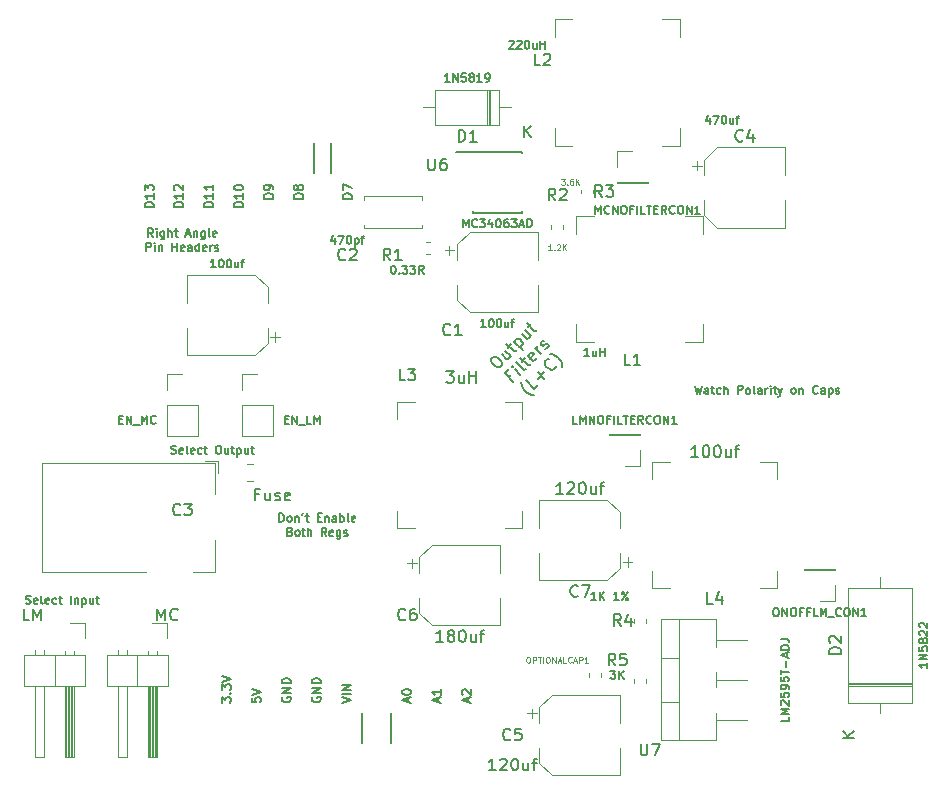
<source format=gto>
G04 #@! TF.GenerationSoftware,KiCad,Pcbnew,5.0.2+dfsg1-1~bpo9+1*
G04 #@! TF.CreationDate,2019-12-06T02:16:18-05:00*
G04 #@! TF.ProjectId,uno,756e6f2e-6b69-4636-9164-5f7063625858,v1.0*
G04 #@! TF.SameCoordinates,Original*
G04 #@! TF.FileFunction,Legend,Top*
G04 #@! TF.FilePolarity,Positive*
%FSLAX46Y46*%
G04 Gerber Fmt 4.6, Leading zero omitted, Abs format (unit mm)*
G04 Created by KiCad (PCBNEW 5.0.2+dfsg1-1~bpo9+1) date Fri 06 Dec 2019 02:16:18 AM EST*
%MOMM*%
%LPD*%
G01*
G04 APERTURE LIST*
%ADD10C,0.152400*%
%ADD11C,0.120000*%
%ADD12C,0.150000*%
%ADD13C,0.125000*%
G04 APERTURE END LIST*
D10*
X60300000Y-91155466D02*
X60300000Y-90455466D01*
X60466666Y-90455466D01*
X60566666Y-90488800D01*
X60633333Y-90555466D01*
X60666666Y-90622133D01*
X60700000Y-90755466D01*
X60700000Y-90855466D01*
X60666666Y-90988800D01*
X60633333Y-91055466D01*
X60566666Y-91122133D01*
X60466666Y-91155466D01*
X60300000Y-91155466D01*
X61100000Y-91155466D02*
X61033333Y-91122133D01*
X61000000Y-91088800D01*
X60966666Y-91022133D01*
X60966666Y-90822133D01*
X61000000Y-90755466D01*
X61033333Y-90722133D01*
X61100000Y-90688800D01*
X61200000Y-90688800D01*
X61266666Y-90722133D01*
X61300000Y-90755466D01*
X61333333Y-90822133D01*
X61333333Y-91022133D01*
X61300000Y-91088800D01*
X61266666Y-91122133D01*
X61200000Y-91155466D01*
X61100000Y-91155466D01*
X61633333Y-90688800D02*
X61633333Y-91155466D01*
X61633333Y-90755466D02*
X61666666Y-90722133D01*
X61733333Y-90688800D01*
X61833333Y-90688800D01*
X61900000Y-90722133D01*
X61933333Y-90788800D01*
X61933333Y-91155466D01*
X62300000Y-90455466D02*
X62233333Y-90588800D01*
X62500000Y-90688800D02*
X62766666Y-90688800D01*
X62600000Y-90455466D02*
X62600000Y-91055466D01*
X62633333Y-91122133D01*
X62700000Y-91155466D01*
X62766666Y-91155466D01*
X63533333Y-90788800D02*
X63766666Y-90788800D01*
X63866666Y-91155466D02*
X63533333Y-91155466D01*
X63533333Y-90455466D01*
X63866666Y-90455466D01*
X64166666Y-90688800D02*
X64166666Y-91155466D01*
X64166666Y-90755466D02*
X64200000Y-90722133D01*
X64266666Y-90688800D01*
X64366666Y-90688800D01*
X64433333Y-90722133D01*
X64466666Y-90788800D01*
X64466666Y-91155466D01*
X65100000Y-91155466D02*
X65100000Y-90788800D01*
X65066666Y-90722133D01*
X65000000Y-90688800D01*
X64866666Y-90688800D01*
X64800000Y-90722133D01*
X65100000Y-91122133D02*
X65033333Y-91155466D01*
X64866666Y-91155466D01*
X64800000Y-91122133D01*
X64766666Y-91055466D01*
X64766666Y-90988800D01*
X64800000Y-90922133D01*
X64866666Y-90888800D01*
X65033333Y-90888800D01*
X65100000Y-90855466D01*
X65433333Y-91155466D02*
X65433333Y-90455466D01*
X65433333Y-90722133D02*
X65500000Y-90688800D01*
X65633333Y-90688800D01*
X65700000Y-90722133D01*
X65733333Y-90755466D01*
X65766666Y-90822133D01*
X65766666Y-91022133D01*
X65733333Y-91088800D01*
X65700000Y-91122133D01*
X65633333Y-91155466D01*
X65500000Y-91155466D01*
X65433333Y-91122133D01*
X66166666Y-91155466D02*
X66100000Y-91122133D01*
X66066666Y-91055466D01*
X66066666Y-90455466D01*
X66700000Y-91122133D02*
X66633333Y-91155466D01*
X66500000Y-91155466D01*
X66433333Y-91122133D01*
X66400000Y-91055466D01*
X66400000Y-90788800D01*
X66433333Y-90722133D01*
X66500000Y-90688800D01*
X66633333Y-90688800D01*
X66700000Y-90722133D01*
X66733333Y-90788800D01*
X66733333Y-90855466D01*
X66400000Y-90922133D01*
X61200000Y-91991200D02*
X61300000Y-92024533D01*
X61333333Y-92057866D01*
X61366666Y-92124533D01*
X61366666Y-92224533D01*
X61333333Y-92291200D01*
X61300000Y-92324533D01*
X61233333Y-92357866D01*
X60966666Y-92357866D01*
X60966666Y-91657866D01*
X61200000Y-91657866D01*
X61266666Y-91691200D01*
X61300000Y-91724533D01*
X61333333Y-91791200D01*
X61333333Y-91857866D01*
X61300000Y-91924533D01*
X61266666Y-91957866D01*
X61200000Y-91991200D01*
X60966666Y-91991200D01*
X61766666Y-92357866D02*
X61700000Y-92324533D01*
X61666666Y-92291200D01*
X61633333Y-92224533D01*
X61633333Y-92024533D01*
X61666666Y-91957866D01*
X61700000Y-91924533D01*
X61766666Y-91891200D01*
X61866666Y-91891200D01*
X61933333Y-91924533D01*
X61966666Y-91957866D01*
X62000000Y-92024533D01*
X62000000Y-92224533D01*
X61966666Y-92291200D01*
X61933333Y-92324533D01*
X61866666Y-92357866D01*
X61766666Y-92357866D01*
X62200000Y-91891200D02*
X62466666Y-91891200D01*
X62300000Y-91657866D02*
X62300000Y-92257866D01*
X62333333Y-92324533D01*
X62400000Y-92357866D01*
X62466666Y-92357866D01*
X62700000Y-92357866D02*
X62700000Y-91657866D01*
X63000000Y-92357866D02*
X63000000Y-91991200D01*
X62966666Y-91924533D01*
X62900000Y-91891200D01*
X62800000Y-91891200D01*
X62733333Y-91924533D01*
X62700000Y-91957866D01*
X64266666Y-92357866D02*
X64033333Y-92024533D01*
X63866666Y-92357866D02*
X63866666Y-91657866D01*
X64133333Y-91657866D01*
X64200000Y-91691200D01*
X64233333Y-91724533D01*
X64266666Y-91791200D01*
X64266666Y-91891200D01*
X64233333Y-91957866D01*
X64200000Y-91991200D01*
X64133333Y-92024533D01*
X63866666Y-92024533D01*
X64833333Y-92324533D02*
X64766666Y-92357866D01*
X64633333Y-92357866D01*
X64566666Y-92324533D01*
X64533333Y-92257866D01*
X64533333Y-91991200D01*
X64566666Y-91924533D01*
X64633333Y-91891200D01*
X64766666Y-91891200D01*
X64833333Y-91924533D01*
X64866666Y-91991200D01*
X64866666Y-92057866D01*
X64533333Y-92124533D01*
X65466666Y-91891200D02*
X65466666Y-92457866D01*
X65433333Y-92524533D01*
X65400000Y-92557866D01*
X65333333Y-92591200D01*
X65233333Y-92591200D01*
X65166666Y-92557866D01*
X65466666Y-92324533D02*
X65400000Y-92357866D01*
X65266666Y-92357866D01*
X65200000Y-92324533D01*
X65166666Y-92291200D01*
X65133333Y-92224533D01*
X65133333Y-92024533D01*
X65166666Y-91957866D01*
X65200000Y-91924533D01*
X65266666Y-91891200D01*
X65400000Y-91891200D01*
X65466666Y-91924533D01*
X65766666Y-92324533D02*
X65833333Y-92357866D01*
X65966666Y-92357866D01*
X66033333Y-92324533D01*
X66066666Y-92257866D01*
X66066666Y-92224533D01*
X66033333Y-92157866D01*
X65966666Y-92124533D01*
X65866666Y-92124533D01*
X65800000Y-92091200D01*
X65766666Y-92024533D01*
X65766666Y-91991200D01*
X65800000Y-91924533D01*
X65866666Y-91891200D01*
X65966666Y-91891200D01*
X66033333Y-91924533D01*
X95450000Y-79626666D02*
X95616666Y-80326666D01*
X95750000Y-79826666D01*
X95883333Y-80326666D01*
X96050000Y-79626666D01*
X96616666Y-80326666D02*
X96616666Y-79960000D01*
X96583333Y-79893333D01*
X96516666Y-79860000D01*
X96383333Y-79860000D01*
X96316666Y-79893333D01*
X96616666Y-80293333D02*
X96550000Y-80326666D01*
X96383333Y-80326666D01*
X96316666Y-80293333D01*
X96283333Y-80226666D01*
X96283333Y-80160000D01*
X96316666Y-80093333D01*
X96383333Y-80060000D01*
X96550000Y-80060000D01*
X96616666Y-80026666D01*
X96850000Y-79860000D02*
X97116666Y-79860000D01*
X96950000Y-79626666D02*
X96950000Y-80226666D01*
X96983333Y-80293333D01*
X97050000Y-80326666D01*
X97116666Y-80326666D01*
X97650000Y-80293333D02*
X97583333Y-80326666D01*
X97450000Y-80326666D01*
X97383333Y-80293333D01*
X97350000Y-80260000D01*
X97316666Y-80193333D01*
X97316666Y-79993333D01*
X97350000Y-79926666D01*
X97383333Y-79893333D01*
X97450000Y-79860000D01*
X97583333Y-79860000D01*
X97650000Y-79893333D01*
X97950000Y-80326666D02*
X97950000Y-79626666D01*
X98250000Y-80326666D02*
X98250000Y-79960000D01*
X98216666Y-79893333D01*
X98150000Y-79860000D01*
X98050000Y-79860000D01*
X97983333Y-79893333D01*
X97950000Y-79926666D01*
X99116666Y-80326666D02*
X99116666Y-79626666D01*
X99383333Y-79626666D01*
X99450000Y-79660000D01*
X99483333Y-79693333D01*
X99516666Y-79760000D01*
X99516666Y-79860000D01*
X99483333Y-79926666D01*
X99450000Y-79960000D01*
X99383333Y-79993333D01*
X99116666Y-79993333D01*
X99916666Y-80326666D02*
X99850000Y-80293333D01*
X99816666Y-80260000D01*
X99783333Y-80193333D01*
X99783333Y-79993333D01*
X99816666Y-79926666D01*
X99850000Y-79893333D01*
X99916666Y-79860000D01*
X100016666Y-79860000D01*
X100083333Y-79893333D01*
X100116666Y-79926666D01*
X100150000Y-79993333D01*
X100150000Y-80193333D01*
X100116666Y-80260000D01*
X100083333Y-80293333D01*
X100016666Y-80326666D01*
X99916666Y-80326666D01*
X100550000Y-80326666D02*
X100483333Y-80293333D01*
X100450000Y-80226666D01*
X100450000Y-79626666D01*
X101116666Y-80326666D02*
X101116666Y-79960000D01*
X101083333Y-79893333D01*
X101016666Y-79860000D01*
X100883333Y-79860000D01*
X100816666Y-79893333D01*
X101116666Y-80293333D02*
X101050000Y-80326666D01*
X100883333Y-80326666D01*
X100816666Y-80293333D01*
X100783333Y-80226666D01*
X100783333Y-80160000D01*
X100816666Y-80093333D01*
X100883333Y-80060000D01*
X101050000Y-80060000D01*
X101116666Y-80026666D01*
X101450000Y-80326666D02*
X101450000Y-79860000D01*
X101450000Y-79993333D02*
X101483333Y-79926666D01*
X101516666Y-79893333D01*
X101583333Y-79860000D01*
X101650000Y-79860000D01*
X101883333Y-80326666D02*
X101883333Y-79860000D01*
X101883333Y-79626666D02*
X101850000Y-79660000D01*
X101883333Y-79693333D01*
X101916666Y-79660000D01*
X101883333Y-79626666D01*
X101883333Y-79693333D01*
X102116666Y-79860000D02*
X102383333Y-79860000D01*
X102216666Y-79626666D02*
X102216666Y-80226666D01*
X102250000Y-80293333D01*
X102316666Y-80326666D01*
X102383333Y-80326666D01*
X102550000Y-79860000D02*
X102716666Y-80326666D01*
X102883333Y-79860000D02*
X102716666Y-80326666D01*
X102650000Y-80493333D01*
X102616666Y-80526666D01*
X102550000Y-80560000D01*
X103783333Y-80326666D02*
X103716666Y-80293333D01*
X103683333Y-80260000D01*
X103650000Y-80193333D01*
X103650000Y-79993333D01*
X103683333Y-79926666D01*
X103716666Y-79893333D01*
X103783333Y-79860000D01*
X103883333Y-79860000D01*
X103950000Y-79893333D01*
X103983333Y-79926666D01*
X104016666Y-79993333D01*
X104016666Y-80193333D01*
X103983333Y-80260000D01*
X103950000Y-80293333D01*
X103883333Y-80326666D01*
X103783333Y-80326666D01*
X104316666Y-79860000D02*
X104316666Y-80326666D01*
X104316666Y-79926666D02*
X104350000Y-79893333D01*
X104416666Y-79860000D01*
X104516666Y-79860000D01*
X104583333Y-79893333D01*
X104616666Y-79960000D01*
X104616666Y-80326666D01*
X105883333Y-80260000D02*
X105850000Y-80293333D01*
X105750000Y-80326666D01*
X105683333Y-80326666D01*
X105583333Y-80293333D01*
X105516666Y-80226666D01*
X105483333Y-80160000D01*
X105450000Y-80026666D01*
X105450000Y-79926666D01*
X105483333Y-79793333D01*
X105516666Y-79726666D01*
X105583333Y-79660000D01*
X105683333Y-79626666D01*
X105750000Y-79626666D01*
X105850000Y-79660000D01*
X105883333Y-79693333D01*
X106483333Y-80326666D02*
X106483333Y-79960000D01*
X106450000Y-79893333D01*
X106383333Y-79860000D01*
X106250000Y-79860000D01*
X106183333Y-79893333D01*
X106483333Y-80293333D02*
X106416666Y-80326666D01*
X106250000Y-80326666D01*
X106183333Y-80293333D01*
X106150000Y-80226666D01*
X106150000Y-80160000D01*
X106183333Y-80093333D01*
X106250000Y-80060000D01*
X106416666Y-80060000D01*
X106483333Y-80026666D01*
X106816666Y-79860000D02*
X106816666Y-80560000D01*
X106816666Y-79893333D02*
X106883333Y-79860000D01*
X107016666Y-79860000D01*
X107083333Y-79893333D01*
X107116666Y-79926666D01*
X107150000Y-79993333D01*
X107150000Y-80193333D01*
X107116666Y-80260000D01*
X107083333Y-80293333D01*
X107016666Y-80326666D01*
X106883333Y-80326666D01*
X106816666Y-80293333D01*
X107416666Y-80293333D02*
X107483333Y-80326666D01*
X107616666Y-80326666D01*
X107683333Y-80293333D01*
X107716666Y-80226666D01*
X107716666Y-80193333D01*
X107683333Y-80126666D01*
X107616666Y-80093333D01*
X107516666Y-80093333D01*
X107450000Y-80060000D01*
X107416666Y-79993333D01*
X107416666Y-79960000D01*
X107450000Y-79893333D01*
X107516666Y-79860000D01*
X107616666Y-79860000D01*
X107683333Y-79893333D01*
X78247239Y-77345131D02*
X78384081Y-77208289D01*
X78486712Y-77174078D01*
X78623554Y-77174078D01*
X78794607Y-77276710D01*
X79034080Y-77516183D01*
X79136712Y-77687236D01*
X79136712Y-77824078D01*
X79102501Y-77926709D01*
X78965659Y-78063551D01*
X78863028Y-78097762D01*
X78726186Y-78097762D01*
X78555133Y-77995130D01*
X78315660Y-77755657D01*
X78213028Y-77584604D01*
X78213028Y-77447762D01*
X78247239Y-77345131D01*
X79410396Y-76660921D02*
X79889343Y-77139868D01*
X79102501Y-76968815D02*
X79478817Y-77345131D01*
X79581448Y-77379341D01*
X79684080Y-77345131D01*
X79786711Y-77242499D01*
X79820922Y-77139868D01*
X79820922Y-77071447D01*
X79649869Y-76421447D02*
X79923553Y-76147764D01*
X79513027Y-76079343D02*
X80128816Y-76695131D01*
X80231447Y-76729342D01*
X80334079Y-76695131D01*
X80402500Y-76626710D01*
X80163026Y-75908290D02*
X80881447Y-76626710D01*
X80197237Y-75942501D02*
X80231447Y-75839869D01*
X80368289Y-75703027D01*
X80470921Y-75668817D01*
X80539342Y-75668817D01*
X80641973Y-75703027D01*
X80847236Y-75908290D01*
X80881447Y-76010922D01*
X80881447Y-76079343D01*
X80847236Y-76181974D01*
X80710394Y-76318816D01*
X80607763Y-76353026D01*
X81120920Y-74950396D02*
X81599867Y-75429343D01*
X80813026Y-75258291D02*
X81189341Y-75634606D01*
X81291973Y-75668817D01*
X81394604Y-75634606D01*
X81497236Y-75531975D01*
X81531446Y-75429343D01*
X81531446Y-75360922D01*
X81360394Y-74710923D02*
X81634078Y-74437239D01*
X81223552Y-74368818D02*
X81839341Y-74984607D01*
X81941972Y-75018817D01*
X82044604Y-74984607D01*
X82113025Y-74916186D01*
X79945790Y-78701577D02*
X79706317Y-78941051D01*
X80082632Y-79317366D02*
X79364212Y-78598946D01*
X79706317Y-78256841D01*
X80698421Y-78701577D02*
X80219474Y-78222630D01*
X79980001Y-77983157D02*
X79980001Y-78051578D01*
X80048422Y-78051578D01*
X80048422Y-77983157D01*
X79980001Y-77983157D01*
X80048422Y-78051578D01*
X81143158Y-78256841D02*
X81040526Y-78291051D01*
X80937895Y-78256841D01*
X80322106Y-77641052D01*
X80835263Y-77606841D02*
X81108947Y-77333158D01*
X80698421Y-77264737D02*
X81314210Y-77880525D01*
X81416841Y-77914736D01*
X81519473Y-77880525D01*
X81587894Y-77812104D01*
X82066841Y-77264737D02*
X82032630Y-77367368D01*
X81895788Y-77504210D01*
X81793157Y-77538420D01*
X81690525Y-77504210D01*
X81416841Y-77230526D01*
X81382631Y-77127895D01*
X81416841Y-77025263D01*
X81553683Y-76888421D01*
X81656315Y-76854211D01*
X81758946Y-76888421D01*
X81827367Y-76956842D01*
X81553683Y-77367368D01*
X82443156Y-76956842D02*
X81964209Y-76477895D01*
X82101051Y-76614737D02*
X82066841Y-76512106D01*
X82066841Y-76443685D01*
X82101051Y-76341053D01*
X82169472Y-76272632D01*
X82819472Y-76512106D02*
X82922103Y-76477895D01*
X83058945Y-76341053D01*
X83093156Y-76238422D01*
X83058945Y-76135790D01*
X83024735Y-76101580D01*
X82922103Y-76067369D01*
X82819472Y-76101580D01*
X82716840Y-76204211D01*
X82614209Y-76238422D01*
X82511577Y-76204211D01*
X82477367Y-76170001D01*
X82443156Y-76067369D01*
X82477367Y-75964738D01*
X82579998Y-75862106D01*
X82682630Y-75827896D01*
X81866710Y-80451445D02*
X81798289Y-80451445D01*
X81627236Y-80417234D01*
X81524605Y-80383024D01*
X81387763Y-80314603D01*
X81182500Y-80177761D01*
X81045658Y-80040919D01*
X80908816Y-79835656D01*
X80840395Y-79698814D01*
X80806184Y-79596182D01*
X80771974Y-79425130D01*
X80771974Y-79356709D01*
X82208815Y-79561972D02*
X81866710Y-79904077D01*
X81148289Y-79185656D01*
X82174604Y-79048814D02*
X82721972Y-78501446D01*
X82721972Y-79048814D02*
X82174604Y-78501446D01*
X83679866Y-77954078D02*
X83679866Y-78022499D01*
X83611445Y-78159341D01*
X83543024Y-78227762D01*
X83406182Y-78296183D01*
X83269340Y-78296183D01*
X83166709Y-78261973D01*
X82995656Y-78159341D01*
X82893025Y-78056710D01*
X82790393Y-77885657D01*
X82756183Y-77783026D01*
X82756183Y-77646184D01*
X82824604Y-77509342D01*
X82893025Y-77440921D01*
X83029867Y-77372500D01*
X83098288Y-77372500D01*
X84261445Y-78056710D02*
X84261445Y-77988289D01*
X84227234Y-77817236D01*
X84193024Y-77714605D01*
X84124603Y-77577763D01*
X83987761Y-77372500D01*
X83850919Y-77235658D01*
X83645656Y-77098816D01*
X83508814Y-77030395D01*
X83406182Y-76996184D01*
X83235130Y-76961974D01*
X83166709Y-76961974D01*
X51143333Y-85373333D02*
X51243333Y-85406666D01*
X51410000Y-85406666D01*
X51476666Y-85373333D01*
X51510000Y-85340000D01*
X51543333Y-85273333D01*
X51543333Y-85206666D01*
X51510000Y-85140000D01*
X51476666Y-85106666D01*
X51410000Y-85073333D01*
X51276666Y-85040000D01*
X51210000Y-85006666D01*
X51176666Y-84973333D01*
X51143333Y-84906666D01*
X51143333Y-84840000D01*
X51176666Y-84773333D01*
X51210000Y-84740000D01*
X51276666Y-84706666D01*
X51443333Y-84706666D01*
X51543333Y-84740000D01*
X52110000Y-85373333D02*
X52043333Y-85406666D01*
X51910000Y-85406666D01*
X51843333Y-85373333D01*
X51810000Y-85306666D01*
X51810000Y-85040000D01*
X51843333Y-84973333D01*
X51910000Y-84940000D01*
X52043333Y-84940000D01*
X52110000Y-84973333D01*
X52143333Y-85040000D01*
X52143333Y-85106666D01*
X51810000Y-85173333D01*
X52543333Y-85406666D02*
X52476666Y-85373333D01*
X52443333Y-85306666D01*
X52443333Y-84706666D01*
X53076666Y-85373333D02*
X53010000Y-85406666D01*
X52876666Y-85406666D01*
X52810000Y-85373333D01*
X52776666Y-85306666D01*
X52776666Y-85040000D01*
X52810000Y-84973333D01*
X52876666Y-84940000D01*
X53010000Y-84940000D01*
X53076666Y-84973333D01*
X53110000Y-85040000D01*
X53110000Y-85106666D01*
X52776666Y-85173333D01*
X53710000Y-85373333D02*
X53643333Y-85406666D01*
X53510000Y-85406666D01*
X53443333Y-85373333D01*
X53410000Y-85340000D01*
X53376666Y-85273333D01*
X53376666Y-85073333D01*
X53410000Y-85006666D01*
X53443333Y-84973333D01*
X53510000Y-84940000D01*
X53643333Y-84940000D01*
X53710000Y-84973333D01*
X53910000Y-84940000D02*
X54176666Y-84940000D01*
X54010000Y-84706666D02*
X54010000Y-85306666D01*
X54043333Y-85373333D01*
X54110000Y-85406666D01*
X54176666Y-85406666D01*
X55076666Y-84706666D02*
X55210000Y-84706666D01*
X55276666Y-84740000D01*
X55343333Y-84806666D01*
X55376666Y-84940000D01*
X55376666Y-85173333D01*
X55343333Y-85306666D01*
X55276666Y-85373333D01*
X55210000Y-85406666D01*
X55076666Y-85406666D01*
X55010000Y-85373333D01*
X54943333Y-85306666D01*
X54910000Y-85173333D01*
X54910000Y-84940000D01*
X54943333Y-84806666D01*
X55010000Y-84740000D01*
X55076666Y-84706666D01*
X55976666Y-84940000D02*
X55976666Y-85406666D01*
X55676666Y-84940000D02*
X55676666Y-85306666D01*
X55710000Y-85373333D01*
X55776666Y-85406666D01*
X55876666Y-85406666D01*
X55943333Y-85373333D01*
X55976666Y-85340000D01*
X56210000Y-84940000D02*
X56476666Y-84940000D01*
X56310000Y-84706666D02*
X56310000Y-85306666D01*
X56343333Y-85373333D01*
X56410000Y-85406666D01*
X56476666Y-85406666D01*
X56710000Y-84940000D02*
X56710000Y-85640000D01*
X56710000Y-84973333D02*
X56776666Y-84940000D01*
X56910000Y-84940000D01*
X56976666Y-84973333D01*
X57010000Y-85006666D01*
X57043333Y-85073333D01*
X57043333Y-85273333D01*
X57010000Y-85340000D01*
X56976666Y-85373333D01*
X56910000Y-85406666D01*
X56776666Y-85406666D01*
X56710000Y-85373333D01*
X57643333Y-84940000D02*
X57643333Y-85406666D01*
X57343333Y-84940000D02*
X57343333Y-85306666D01*
X57376666Y-85373333D01*
X57443333Y-85406666D01*
X57543333Y-85406666D01*
X57610000Y-85373333D01*
X57643333Y-85340000D01*
X57876666Y-84940000D02*
X58143333Y-84940000D01*
X57976666Y-84706666D02*
X57976666Y-85306666D01*
X58010000Y-85373333D01*
X58076666Y-85406666D01*
X58143333Y-85406666D01*
X38843333Y-98073333D02*
X38943333Y-98106666D01*
X39110000Y-98106666D01*
X39176666Y-98073333D01*
X39210000Y-98040000D01*
X39243333Y-97973333D01*
X39243333Y-97906666D01*
X39210000Y-97840000D01*
X39176666Y-97806666D01*
X39110000Y-97773333D01*
X38976666Y-97740000D01*
X38910000Y-97706666D01*
X38876666Y-97673333D01*
X38843333Y-97606666D01*
X38843333Y-97540000D01*
X38876666Y-97473333D01*
X38910000Y-97440000D01*
X38976666Y-97406666D01*
X39143333Y-97406666D01*
X39243333Y-97440000D01*
X39810000Y-98073333D02*
X39743333Y-98106666D01*
X39610000Y-98106666D01*
X39543333Y-98073333D01*
X39510000Y-98006666D01*
X39510000Y-97740000D01*
X39543333Y-97673333D01*
X39610000Y-97640000D01*
X39743333Y-97640000D01*
X39810000Y-97673333D01*
X39843333Y-97740000D01*
X39843333Y-97806666D01*
X39510000Y-97873333D01*
X40243333Y-98106666D02*
X40176666Y-98073333D01*
X40143333Y-98006666D01*
X40143333Y-97406666D01*
X40776666Y-98073333D02*
X40710000Y-98106666D01*
X40576666Y-98106666D01*
X40510000Y-98073333D01*
X40476666Y-98006666D01*
X40476666Y-97740000D01*
X40510000Y-97673333D01*
X40576666Y-97640000D01*
X40710000Y-97640000D01*
X40776666Y-97673333D01*
X40810000Y-97740000D01*
X40810000Y-97806666D01*
X40476666Y-97873333D01*
X41410000Y-98073333D02*
X41343333Y-98106666D01*
X41210000Y-98106666D01*
X41143333Y-98073333D01*
X41110000Y-98040000D01*
X41076666Y-97973333D01*
X41076666Y-97773333D01*
X41110000Y-97706666D01*
X41143333Y-97673333D01*
X41210000Y-97640000D01*
X41343333Y-97640000D01*
X41410000Y-97673333D01*
X41610000Y-97640000D02*
X41876666Y-97640000D01*
X41710000Y-97406666D02*
X41710000Y-98006666D01*
X41743333Y-98073333D01*
X41810000Y-98106666D01*
X41876666Y-98106666D01*
X42643333Y-98106666D02*
X42643333Y-97406666D01*
X42976666Y-97640000D02*
X42976666Y-98106666D01*
X42976666Y-97706666D02*
X43010000Y-97673333D01*
X43076666Y-97640000D01*
X43176666Y-97640000D01*
X43243333Y-97673333D01*
X43276666Y-97740000D01*
X43276666Y-98106666D01*
X43610000Y-97640000D02*
X43610000Y-98340000D01*
X43610000Y-97673333D02*
X43676666Y-97640000D01*
X43810000Y-97640000D01*
X43876666Y-97673333D01*
X43910000Y-97706666D01*
X43943333Y-97773333D01*
X43943333Y-97973333D01*
X43910000Y-98040000D01*
X43876666Y-98073333D01*
X43810000Y-98106666D01*
X43676666Y-98106666D01*
X43610000Y-98073333D01*
X44543333Y-97640000D02*
X44543333Y-98106666D01*
X44243333Y-97640000D02*
X44243333Y-98006666D01*
X44276666Y-98073333D01*
X44343333Y-98106666D01*
X44443333Y-98106666D01*
X44510000Y-98073333D01*
X44543333Y-98040000D01*
X44776666Y-97640000D02*
X45043333Y-97640000D01*
X44876666Y-97406666D02*
X44876666Y-98006666D01*
X44910000Y-98073333D01*
X44976666Y-98106666D01*
X45043333Y-98106666D01*
X49603333Y-67025466D02*
X49370000Y-66692133D01*
X49203333Y-67025466D02*
X49203333Y-66325466D01*
X49470000Y-66325466D01*
X49536666Y-66358800D01*
X49570000Y-66392133D01*
X49603333Y-66458800D01*
X49603333Y-66558800D01*
X49570000Y-66625466D01*
X49536666Y-66658800D01*
X49470000Y-66692133D01*
X49203333Y-66692133D01*
X49903333Y-67025466D02*
X49903333Y-66558800D01*
X49903333Y-66325466D02*
X49870000Y-66358800D01*
X49903333Y-66392133D01*
X49936666Y-66358800D01*
X49903333Y-66325466D01*
X49903333Y-66392133D01*
X50536666Y-66558800D02*
X50536666Y-67125466D01*
X50503333Y-67192133D01*
X50470000Y-67225466D01*
X50403333Y-67258800D01*
X50303333Y-67258800D01*
X50236666Y-67225466D01*
X50536666Y-66992133D02*
X50470000Y-67025466D01*
X50336666Y-67025466D01*
X50270000Y-66992133D01*
X50236666Y-66958800D01*
X50203333Y-66892133D01*
X50203333Y-66692133D01*
X50236666Y-66625466D01*
X50270000Y-66592133D01*
X50336666Y-66558800D01*
X50470000Y-66558800D01*
X50536666Y-66592133D01*
X50870000Y-67025466D02*
X50870000Y-66325466D01*
X51170000Y-67025466D02*
X51170000Y-66658800D01*
X51136666Y-66592133D01*
X51070000Y-66558800D01*
X50970000Y-66558800D01*
X50903333Y-66592133D01*
X50870000Y-66625466D01*
X51403333Y-66558800D02*
X51670000Y-66558800D01*
X51503333Y-66325466D02*
X51503333Y-66925466D01*
X51536666Y-66992133D01*
X51603333Y-67025466D01*
X51670000Y-67025466D01*
X52403333Y-66825466D02*
X52736666Y-66825466D01*
X52336666Y-67025466D02*
X52570000Y-66325466D01*
X52803333Y-67025466D01*
X53036666Y-66558800D02*
X53036666Y-67025466D01*
X53036666Y-66625466D02*
X53070000Y-66592133D01*
X53136666Y-66558800D01*
X53236666Y-66558800D01*
X53303333Y-66592133D01*
X53336666Y-66658800D01*
X53336666Y-67025466D01*
X53970000Y-66558800D02*
X53970000Y-67125466D01*
X53936666Y-67192133D01*
X53903333Y-67225466D01*
X53836666Y-67258800D01*
X53736666Y-67258800D01*
X53670000Y-67225466D01*
X53970000Y-66992133D02*
X53903333Y-67025466D01*
X53770000Y-67025466D01*
X53703333Y-66992133D01*
X53670000Y-66958800D01*
X53636666Y-66892133D01*
X53636666Y-66692133D01*
X53670000Y-66625466D01*
X53703333Y-66592133D01*
X53770000Y-66558800D01*
X53903333Y-66558800D01*
X53970000Y-66592133D01*
X54403333Y-67025466D02*
X54336666Y-66992133D01*
X54303333Y-66925466D01*
X54303333Y-66325466D01*
X54936666Y-66992133D02*
X54870000Y-67025466D01*
X54736666Y-67025466D01*
X54670000Y-66992133D01*
X54636666Y-66925466D01*
X54636666Y-66658800D01*
X54670000Y-66592133D01*
X54736666Y-66558800D01*
X54870000Y-66558800D01*
X54936666Y-66592133D01*
X54970000Y-66658800D01*
X54970000Y-66725466D01*
X54636666Y-66792133D01*
X49036666Y-68227866D02*
X49036666Y-67527866D01*
X49303333Y-67527866D01*
X49370000Y-67561200D01*
X49403333Y-67594533D01*
X49436666Y-67661200D01*
X49436666Y-67761200D01*
X49403333Y-67827866D01*
X49370000Y-67861200D01*
X49303333Y-67894533D01*
X49036666Y-67894533D01*
X49736666Y-68227866D02*
X49736666Y-67761200D01*
X49736666Y-67527866D02*
X49703333Y-67561200D01*
X49736666Y-67594533D01*
X49770000Y-67561200D01*
X49736666Y-67527866D01*
X49736666Y-67594533D01*
X50070000Y-67761200D02*
X50070000Y-68227866D01*
X50070000Y-67827866D02*
X50103333Y-67794533D01*
X50170000Y-67761200D01*
X50270000Y-67761200D01*
X50336666Y-67794533D01*
X50370000Y-67861200D01*
X50370000Y-68227866D01*
X51236666Y-68227866D02*
X51236666Y-67527866D01*
X51236666Y-67861200D02*
X51636666Y-67861200D01*
X51636666Y-68227866D02*
X51636666Y-67527866D01*
X52236666Y-68194533D02*
X52170000Y-68227866D01*
X52036666Y-68227866D01*
X51970000Y-68194533D01*
X51936666Y-68127866D01*
X51936666Y-67861200D01*
X51970000Y-67794533D01*
X52036666Y-67761200D01*
X52170000Y-67761200D01*
X52236666Y-67794533D01*
X52270000Y-67861200D01*
X52270000Y-67927866D01*
X51936666Y-67994533D01*
X52870000Y-68227866D02*
X52870000Y-67861200D01*
X52836666Y-67794533D01*
X52770000Y-67761200D01*
X52636666Y-67761200D01*
X52570000Y-67794533D01*
X52870000Y-68194533D02*
X52803333Y-68227866D01*
X52636666Y-68227866D01*
X52570000Y-68194533D01*
X52536666Y-68127866D01*
X52536666Y-68061200D01*
X52570000Y-67994533D01*
X52636666Y-67961200D01*
X52803333Y-67961200D01*
X52870000Y-67927866D01*
X53503333Y-68227866D02*
X53503333Y-67527866D01*
X53503333Y-68194533D02*
X53436666Y-68227866D01*
X53303333Y-68227866D01*
X53236666Y-68194533D01*
X53203333Y-68161200D01*
X53170000Y-68094533D01*
X53170000Y-67894533D01*
X53203333Y-67827866D01*
X53236666Y-67794533D01*
X53303333Y-67761200D01*
X53436666Y-67761200D01*
X53503333Y-67794533D01*
X54103333Y-68194533D02*
X54036666Y-68227866D01*
X53903333Y-68227866D01*
X53836666Y-68194533D01*
X53803333Y-68127866D01*
X53803333Y-67861200D01*
X53836666Y-67794533D01*
X53903333Y-67761200D01*
X54036666Y-67761200D01*
X54103333Y-67794533D01*
X54136666Y-67861200D01*
X54136666Y-67927866D01*
X53803333Y-67994533D01*
X54436666Y-68227866D02*
X54436666Y-67761200D01*
X54436666Y-67894533D02*
X54470000Y-67827866D01*
X54503333Y-67794533D01*
X54570000Y-67761200D01*
X54636666Y-67761200D01*
X54836666Y-68194533D02*
X54903333Y-68227866D01*
X55036666Y-68227866D01*
X55103333Y-68194533D01*
X55136666Y-68127866D01*
X55136666Y-68094533D01*
X55103333Y-68027866D01*
X55036666Y-67994533D01*
X54936666Y-67994533D01*
X54870000Y-67961200D01*
X54836666Y-67894533D01*
X54836666Y-67861200D01*
X54870000Y-67794533D01*
X54936666Y-67761200D01*
X55036666Y-67761200D01*
X55103333Y-67794533D01*
D11*
G04 #@! TO.C,F1*
X58043578Y-86285000D02*
X57526422Y-86285000D01*
X58043578Y-87705000D02*
X57526422Y-87705000D01*
G04 #@! TO.C,JP4*
X57090000Y-78680000D02*
X58420000Y-78680000D01*
X57090000Y-80010000D02*
X57090000Y-78680000D01*
X57090000Y-81280000D02*
X59750000Y-81280000D01*
X59750000Y-81280000D02*
X59750000Y-83880000D01*
X57090000Y-81280000D02*
X57090000Y-83880000D01*
X57090000Y-83880000D02*
X59750000Y-83880000D01*
G04 #@! TO.C,C2*
X67420000Y-63892500D02*
X67420000Y-63577500D01*
X67420000Y-66317500D02*
X67420000Y-66002500D01*
X72360000Y-63892500D02*
X72360000Y-63577500D01*
X72360000Y-66317500D02*
X72360000Y-66002500D01*
X72360000Y-63577500D02*
X67420000Y-63577500D01*
X72360000Y-66317500D02*
X67420000Y-66317500D01*
G04 #@! TO.C,JP3*
X50740000Y-78680000D02*
X52070000Y-78680000D01*
X50740000Y-80010000D02*
X50740000Y-78680000D01*
X50740000Y-81280000D02*
X53400000Y-81280000D01*
X53400000Y-81280000D02*
X53400000Y-83880000D01*
X50740000Y-81280000D02*
X50740000Y-83880000D01*
X50740000Y-83880000D02*
X53400000Y-83880000D01*
D12*
G04 #@! TO.C,U5*
X67259200Y-109855000D02*
X67259200Y-107315000D01*
X69723000Y-109880400D02*
X69723000Y-107340400D01*
X64643000Y-61595000D02*
X64643000Y-59055000D01*
X63220600Y-61595000D02*
X63220600Y-59055000D01*
D11*
G04 #@! TO.C,C1*
X74696250Y-67786250D02*
X74696250Y-68573750D01*
X74302500Y-68180000D02*
X75090000Y-68180000D01*
X75330000Y-72373063D02*
X76394437Y-73437500D01*
X75330000Y-67681937D02*
X76394437Y-66617500D01*
X75330000Y-67681937D02*
X75330000Y-68967500D01*
X75330000Y-72373063D02*
X75330000Y-71087500D01*
X76394437Y-73437500D02*
X82150000Y-73437500D01*
X76394437Y-66617500D02*
X82150000Y-66617500D01*
X82150000Y-66617500D02*
X82150000Y-68967500D01*
X82150000Y-73437500D02*
X82150000Y-71087500D01*
G04 #@! TO.C,C3*
X59923750Y-75901250D02*
X59923750Y-75113750D01*
X60317500Y-75507500D02*
X59530000Y-75507500D01*
X59290000Y-71314437D02*
X58225563Y-70250000D01*
X59290000Y-76005563D02*
X58225563Y-77070000D01*
X59290000Y-76005563D02*
X59290000Y-74720000D01*
X59290000Y-71314437D02*
X59290000Y-72600000D01*
X58225563Y-70250000D02*
X52470000Y-70250000D01*
X58225563Y-77070000D02*
X52470000Y-77070000D01*
X52470000Y-77070000D02*
X52470000Y-74720000D01*
X52470000Y-70250000D02*
X52470000Y-72600000D01*
G04 #@! TO.C,C4*
X103105000Y-66275000D02*
X103105000Y-63925000D01*
X103105000Y-59455000D02*
X103105000Y-61805000D01*
X97349437Y-59455000D02*
X103105000Y-59455000D01*
X97349437Y-66275000D02*
X103105000Y-66275000D01*
X96285000Y-65210563D02*
X96285000Y-63925000D01*
X96285000Y-60519437D02*
X96285000Y-61805000D01*
X96285000Y-60519437D02*
X97349437Y-59455000D01*
X96285000Y-65210563D02*
X97349437Y-66275000D01*
X95257500Y-61017500D02*
X96045000Y-61017500D01*
X95651250Y-60623750D02*
X95651250Y-61411250D01*
G04 #@! TO.C,C5*
X89135000Y-112630000D02*
X89135000Y-110280000D01*
X89135000Y-105810000D02*
X89135000Y-108160000D01*
X83379437Y-105810000D02*
X89135000Y-105810000D01*
X83379437Y-112630000D02*
X89135000Y-112630000D01*
X82315000Y-111565563D02*
X82315000Y-110280000D01*
X82315000Y-106874437D02*
X82315000Y-108160000D01*
X82315000Y-106874437D02*
X83379437Y-105810000D01*
X82315000Y-111565563D02*
X83379437Y-112630000D01*
X81287500Y-107372500D02*
X82075000Y-107372500D01*
X81681250Y-106978750D02*
X81681250Y-107766250D01*
G04 #@! TO.C,C6*
X78975000Y-99930000D02*
X78975000Y-97580000D01*
X78975000Y-93110000D02*
X78975000Y-95460000D01*
X73219437Y-93110000D02*
X78975000Y-93110000D01*
X73219437Y-99930000D02*
X78975000Y-99930000D01*
X72155000Y-98865563D02*
X72155000Y-97580000D01*
X72155000Y-94174437D02*
X72155000Y-95460000D01*
X72155000Y-94174437D02*
X73219437Y-93110000D01*
X72155000Y-98865563D02*
X73219437Y-99930000D01*
X71127500Y-94672500D02*
X71915000Y-94672500D01*
X71521250Y-94278750D02*
X71521250Y-95066250D01*
G04 #@! TO.C,C7*
X89768750Y-94951250D02*
X89768750Y-94163750D01*
X90162500Y-94557500D02*
X89375000Y-94557500D01*
X89135000Y-90364437D02*
X88070563Y-89300000D01*
X89135000Y-95055563D02*
X88070563Y-96120000D01*
X89135000Y-95055563D02*
X89135000Y-93770000D01*
X89135000Y-90364437D02*
X89135000Y-91650000D01*
X88070563Y-89300000D02*
X82315000Y-89300000D01*
X88070563Y-96120000D02*
X82315000Y-96120000D01*
X82315000Y-96120000D02*
X82315000Y-93770000D01*
X82315000Y-89300000D02*
X82315000Y-91650000D01*
G04 #@! TO.C,D1*
X78920000Y-57527500D02*
X78920000Y-54587500D01*
X78920000Y-54587500D02*
X73480000Y-54587500D01*
X73480000Y-54587500D02*
X73480000Y-57527500D01*
X73480000Y-57527500D02*
X78920000Y-57527500D01*
X79940000Y-56057500D02*
X78920000Y-56057500D01*
X72460000Y-56057500D02*
X73480000Y-56057500D01*
X78020000Y-57527500D02*
X78020000Y-54587500D01*
X77900000Y-57527500D02*
X77900000Y-54587500D01*
X78140000Y-57527500D02*
X78140000Y-54587500D01*
G04 #@! TO.C,D2*
X108405000Y-106470000D02*
X113845000Y-106470000D01*
X113845000Y-106470000D02*
X113845000Y-96730000D01*
X113845000Y-96730000D02*
X108405000Y-96730000D01*
X108405000Y-96730000D02*
X108405000Y-106470000D01*
X111125000Y-107380000D02*
X111125000Y-106470000D01*
X111125000Y-95820000D02*
X111125000Y-96730000D01*
X108405000Y-104925000D02*
X113845000Y-104925000D01*
X108405000Y-104805000D02*
X113845000Y-104805000D01*
X108405000Y-105045000D02*
X113845000Y-105045000D01*
G04 #@! TO.C,J1*
X55075000Y-87055000D02*
X55075000Y-86005000D01*
X54025000Y-86005000D02*
X55075000Y-86005000D01*
X48975000Y-95405000D02*
X40175000Y-95405000D01*
X40175000Y-95405000D02*
X40175000Y-86205000D01*
X54875000Y-92705000D02*
X54875000Y-95405000D01*
X54875000Y-95405000D02*
X52975000Y-95405000D01*
X40175000Y-86205000D02*
X54875000Y-86205000D01*
X54875000Y-86205000D02*
X54875000Y-88805000D01*
G04 #@! TO.C,JP1*
X50860000Y-102405000D02*
X45660000Y-102405000D01*
X45660000Y-102405000D02*
X45660000Y-105065000D01*
X45660000Y-105065000D02*
X50860000Y-105065000D01*
X50860000Y-105065000D02*
X50860000Y-102405000D01*
X49910000Y-105065000D02*
X49910000Y-111065000D01*
X49910000Y-111065000D02*
X49150000Y-111065000D01*
X49150000Y-111065000D02*
X49150000Y-105065000D01*
X49850000Y-105065000D02*
X49850000Y-111065000D01*
X49730000Y-105065000D02*
X49730000Y-111065000D01*
X49610000Y-105065000D02*
X49610000Y-111065000D01*
X49490000Y-105065000D02*
X49490000Y-111065000D01*
X49370000Y-105065000D02*
X49370000Y-111065000D01*
X49250000Y-105065000D02*
X49250000Y-111065000D01*
X49910000Y-102075000D02*
X49910000Y-102405000D01*
X49150000Y-102075000D02*
X49150000Y-102405000D01*
X48260000Y-102405000D02*
X48260000Y-105065000D01*
X47370000Y-105065000D02*
X47370000Y-111065000D01*
X47370000Y-111065000D02*
X46610000Y-111065000D01*
X46610000Y-111065000D02*
X46610000Y-105065000D01*
X47370000Y-102007929D02*
X47370000Y-102405000D01*
X46610000Y-102007929D02*
X46610000Y-102405000D01*
X49530000Y-99695000D02*
X50800000Y-99695000D01*
X50800000Y-99695000D02*
X50800000Y-100965000D01*
G04 #@! TO.C,JP2*
X43815000Y-99695000D02*
X43815000Y-100965000D01*
X42545000Y-99695000D02*
X43815000Y-99695000D01*
X39625000Y-102007929D02*
X39625000Y-102405000D01*
X40385000Y-102007929D02*
X40385000Y-102405000D01*
X39625000Y-111065000D02*
X39625000Y-105065000D01*
X40385000Y-111065000D02*
X39625000Y-111065000D01*
X40385000Y-105065000D02*
X40385000Y-111065000D01*
X41275000Y-102405000D02*
X41275000Y-105065000D01*
X42165000Y-102075000D02*
X42165000Y-102405000D01*
X42925000Y-102075000D02*
X42925000Y-102405000D01*
X42265000Y-105065000D02*
X42265000Y-111065000D01*
X42385000Y-105065000D02*
X42385000Y-111065000D01*
X42505000Y-105065000D02*
X42505000Y-111065000D01*
X42625000Y-105065000D02*
X42625000Y-111065000D01*
X42745000Y-105065000D02*
X42745000Y-111065000D01*
X42865000Y-105065000D02*
X42865000Y-111065000D01*
X42165000Y-111065000D02*
X42165000Y-105065000D01*
X42925000Y-111065000D02*
X42165000Y-111065000D01*
X42925000Y-105065000D02*
X42925000Y-111065000D01*
X43875000Y-105065000D02*
X43875000Y-102405000D01*
X38675000Y-105065000D02*
X43875000Y-105065000D01*
X38675000Y-102405000D02*
X38675000Y-105065000D01*
X43875000Y-102405000D02*
X38675000Y-102405000D01*
G04 #@! TO.C,L1*
X85445000Y-65300000D02*
X85445000Y-66800000D01*
X85445000Y-75920000D02*
X85445000Y-74420000D01*
X85445000Y-65300000D02*
X86945000Y-65300000D01*
X85445000Y-75920000D02*
X86945000Y-75920000D01*
X96165000Y-75920000D02*
X94665000Y-75920000D01*
X96165000Y-75920000D02*
X96165000Y-74420000D01*
X96165000Y-65300000D02*
X96165000Y-66800000D01*
X96165000Y-65300000D02*
X94665000Y-65300000D01*
G04 #@! TO.C,L2*
X83590000Y-48615000D02*
X83590000Y-50115000D01*
X83590000Y-48615000D02*
X85090000Y-48615000D01*
X94210000Y-48615000D02*
X92710000Y-48615000D01*
X94210000Y-48615000D02*
X94210000Y-50115000D01*
X94210000Y-59335000D02*
X94210000Y-57835000D01*
X83590000Y-59335000D02*
X83590000Y-57835000D01*
X94210000Y-59335000D02*
X92710000Y-59335000D01*
X83590000Y-59335000D02*
X85090000Y-59335000D01*
G04 #@! TO.C,L3*
X80875000Y-91720000D02*
X80875000Y-90220000D01*
X80875000Y-91720000D02*
X79375000Y-91720000D01*
X70255000Y-91720000D02*
X71755000Y-91720000D01*
X70255000Y-91720000D02*
X70255000Y-90220000D01*
X70255000Y-81000000D02*
X70255000Y-82500000D01*
X80875000Y-81000000D02*
X80875000Y-82500000D01*
X70255000Y-81000000D02*
X71755000Y-81000000D01*
X80875000Y-81000000D02*
X79375000Y-81000000D01*
G04 #@! TO.C,L4*
X102465000Y-86080000D02*
X100965000Y-86080000D01*
X91845000Y-86080000D02*
X93345000Y-86080000D01*
X102465000Y-86080000D02*
X102465000Y-87580000D01*
X91845000Y-86080000D02*
X91845000Y-87580000D01*
X91845000Y-96800000D02*
X91845000Y-95300000D01*
X91845000Y-96800000D02*
X93345000Y-96800000D01*
X102465000Y-96800000D02*
X100965000Y-96800000D01*
X102465000Y-96800000D02*
X102465000Y-95300000D01*
G04 #@! TO.C,LMNOFILTERCON1*
X90865000Y-83760000D02*
X88205000Y-83760000D01*
X90865000Y-83820000D02*
X90865000Y-83760000D01*
X88205000Y-83820000D02*
X88205000Y-83760000D01*
X90865000Y-83820000D02*
X88205000Y-83820000D01*
X90865000Y-85090000D02*
X90865000Y-86420000D01*
X90865000Y-86420000D02*
X89535000Y-86420000D01*
G04 #@! TO.C,MCNOFILTERCON1*
X88840000Y-62467500D02*
X91500000Y-62467500D01*
X88840000Y-62407500D02*
X88840000Y-62467500D01*
X91500000Y-62407500D02*
X91500000Y-62467500D01*
X88840000Y-62407500D02*
X91500000Y-62407500D01*
X88840000Y-61137500D02*
X88840000Y-59807500D01*
X88840000Y-59807500D02*
X90170000Y-59807500D01*
G04 #@! TO.C,ONOFFLM_CON1*
X107375000Y-97850000D02*
X106045000Y-97850000D01*
X107375000Y-96520000D02*
X107375000Y-97850000D01*
X107375000Y-95250000D02*
X104715000Y-95250000D01*
X104715000Y-95250000D02*
X104715000Y-95190000D01*
X107375000Y-95250000D02*
X107375000Y-95190000D01*
X107375000Y-95190000D02*
X104715000Y-95190000D01*
G04 #@! TO.C,OPTIONALCAP1*
X87505000Y-103977221D02*
X87505000Y-104302779D01*
X86485000Y-103977221D02*
X86485000Y-104302779D01*
G04 #@! TO.C,R1*
X72709721Y-68455000D02*
X73035279Y-68455000D01*
X72709721Y-67435000D02*
X73035279Y-67435000D01*
G04 #@! TO.C,R2*
X83310000Y-66380279D02*
X83310000Y-66054721D01*
X84330000Y-66380279D02*
X84330000Y-66054721D01*
G04 #@! TO.C,R3*
X85850000Y-63032221D02*
X85850000Y-63357779D01*
X86870000Y-63032221D02*
X86870000Y-63357779D01*
G04 #@! TO.C,R4*
X90295000Y-99705279D02*
X90295000Y-99379721D01*
X91315000Y-99705279D02*
X91315000Y-99379721D01*
G04 #@! TO.C,R5*
X90295000Y-104459721D02*
X90295000Y-104785279D01*
X91315000Y-104459721D02*
X91315000Y-104785279D01*
D12*
G04 #@! TO.C,U6*
X76665000Y-59832500D02*
X76665000Y-59882500D01*
X80815000Y-59832500D02*
X80815000Y-59977500D01*
X80815000Y-64982500D02*
X80815000Y-64837500D01*
X76665000Y-64982500D02*
X76665000Y-64837500D01*
X76665000Y-59832500D02*
X80815000Y-59832500D01*
X76665000Y-64982500D02*
X80815000Y-64982500D01*
X76665000Y-59882500D02*
X75265000Y-59882500D01*
D11*
G04 #@! TO.C,U7*
X92645000Y-109671000D02*
X92645000Y-99430000D01*
X97286000Y-109671000D02*
X97286000Y-107315000D01*
X97286000Y-105185000D02*
X97286000Y-103915000D01*
X97286000Y-101785000D02*
X97286000Y-99430000D01*
X92645000Y-109671000D02*
X97286000Y-109671000D01*
X92645000Y-99430000D02*
X97286000Y-99430000D01*
X94154000Y-109671000D02*
X94154000Y-99430000D01*
X92645000Y-106400000D02*
X94154000Y-106400000D01*
X92645000Y-102700000D02*
X94154000Y-102700000D01*
X97286000Y-107950000D02*
X99916000Y-107950000D01*
X97286000Y-104550000D02*
X99900000Y-104550000D01*
X97286000Y-101150000D02*
X99900000Y-101150000D01*
G04 #@! TO.C,F1*
D12*
X58547142Y-88828571D02*
X58213809Y-88828571D01*
X58213809Y-89352380D02*
X58213809Y-88352380D01*
X58690000Y-88352380D01*
X59499523Y-88685714D02*
X59499523Y-89352380D01*
X59070952Y-88685714D02*
X59070952Y-89209523D01*
X59118571Y-89304761D01*
X59213809Y-89352380D01*
X59356666Y-89352380D01*
X59451904Y-89304761D01*
X59499523Y-89257142D01*
X59928095Y-89304761D02*
X60023333Y-89352380D01*
X60213809Y-89352380D01*
X60309047Y-89304761D01*
X60356666Y-89209523D01*
X60356666Y-89161904D01*
X60309047Y-89066666D01*
X60213809Y-89019047D01*
X60070952Y-89019047D01*
X59975714Y-88971428D01*
X59928095Y-88876190D01*
X59928095Y-88828571D01*
X59975714Y-88733333D01*
X60070952Y-88685714D01*
X60213809Y-88685714D01*
X60309047Y-88733333D01*
X61166190Y-89304761D02*
X61070952Y-89352380D01*
X60880476Y-89352380D01*
X60785238Y-89304761D01*
X60737619Y-89209523D01*
X60737619Y-88828571D01*
X60785238Y-88733333D01*
X60880476Y-88685714D01*
X61070952Y-88685714D01*
X61166190Y-88733333D01*
X61213809Y-88828571D01*
X61213809Y-88923809D01*
X60737619Y-89019047D01*
G04 #@! TO.C,JP4*
X60763333Y-82500000D02*
X60996666Y-82500000D01*
X61096666Y-82866666D02*
X60763333Y-82866666D01*
X60763333Y-82166666D01*
X61096666Y-82166666D01*
X61396666Y-82866666D02*
X61396666Y-82166666D01*
X61796666Y-82866666D01*
X61796666Y-82166666D01*
X61963333Y-82933333D02*
X62496666Y-82933333D01*
X62996666Y-82866666D02*
X62663333Y-82866666D01*
X62663333Y-82166666D01*
X63230000Y-82866666D02*
X63230000Y-82166666D01*
X63463333Y-82666666D01*
X63696666Y-82166666D01*
X63696666Y-82866666D01*
G04 #@! TO.C,C2*
X65873333Y-68937142D02*
X65825714Y-68984761D01*
X65682857Y-69032380D01*
X65587619Y-69032380D01*
X65444761Y-68984761D01*
X65349523Y-68889523D01*
X65301904Y-68794285D01*
X65254285Y-68603809D01*
X65254285Y-68460952D01*
X65301904Y-68270476D01*
X65349523Y-68175238D01*
X65444761Y-68080000D01*
X65587619Y-68032380D01*
X65682857Y-68032380D01*
X65825714Y-68080000D01*
X65873333Y-68127619D01*
X66254285Y-68127619D02*
X66301904Y-68080000D01*
X66397142Y-68032380D01*
X66635238Y-68032380D01*
X66730476Y-68080000D01*
X66778095Y-68127619D01*
X66825714Y-68222857D01*
X66825714Y-68318095D01*
X66778095Y-68460952D01*
X66206666Y-69032380D01*
X66825714Y-69032380D01*
X64990000Y-67160000D02*
X64990000Y-67626666D01*
X64823333Y-66893333D02*
X64656666Y-67393333D01*
X65090000Y-67393333D01*
X65290000Y-66926666D02*
X65756666Y-66926666D01*
X65456666Y-67626666D01*
X66156666Y-66926666D02*
X66223333Y-66926666D01*
X66290000Y-66960000D01*
X66323333Y-66993333D01*
X66356666Y-67060000D01*
X66390000Y-67193333D01*
X66390000Y-67360000D01*
X66356666Y-67493333D01*
X66323333Y-67560000D01*
X66290000Y-67593333D01*
X66223333Y-67626666D01*
X66156666Y-67626666D01*
X66090000Y-67593333D01*
X66056666Y-67560000D01*
X66023333Y-67493333D01*
X65990000Y-67360000D01*
X65990000Y-67193333D01*
X66023333Y-67060000D01*
X66056666Y-66993333D01*
X66090000Y-66960000D01*
X66156666Y-66926666D01*
X66690000Y-67160000D02*
X66690000Y-67860000D01*
X66690000Y-67193333D02*
X66756666Y-67160000D01*
X66890000Y-67160000D01*
X66956666Y-67193333D01*
X66990000Y-67226666D01*
X67023333Y-67293333D01*
X67023333Y-67493333D01*
X66990000Y-67560000D01*
X66956666Y-67593333D01*
X66890000Y-67626666D01*
X66756666Y-67626666D01*
X66690000Y-67593333D01*
X67223333Y-67160000D02*
X67490000Y-67160000D01*
X67323333Y-67626666D02*
X67323333Y-67026666D01*
X67356666Y-66960000D01*
X67423333Y-66926666D01*
X67490000Y-66926666D01*
G04 #@! TO.C,JP3*
X46726666Y-82500000D02*
X46960000Y-82500000D01*
X47060000Y-82866666D02*
X46726666Y-82866666D01*
X46726666Y-82166666D01*
X47060000Y-82166666D01*
X47360000Y-82866666D02*
X47360000Y-82166666D01*
X47760000Y-82866666D01*
X47760000Y-82166666D01*
X47926666Y-82933333D02*
X48460000Y-82933333D01*
X48626666Y-82866666D02*
X48626666Y-82166666D01*
X48860000Y-82666666D01*
X49093333Y-82166666D01*
X49093333Y-82866666D01*
X49826666Y-82800000D02*
X49793333Y-82833333D01*
X49693333Y-82866666D01*
X49626666Y-82866666D01*
X49526666Y-82833333D01*
X49460000Y-82766666D01*
X49426666Y-82700000D01*
X49393333Y-82566666D01*
X49393333Y-82466666D01*
X49426666Y-82333333D01*
X49460000Y-82266666D01*
X49526666Y-82200000D01*
X49626666Y-82166666D01*
X49693333Y-82166666D01*
X49793333Y-82200000D01*
X49826666Y-82233333D01*
G04 #@! TO.C,U5*
D10*
X55411914Y-106476800D02*
X55411914Y-106005085D01*
X55702200Y-106259085D01*
X55702200Y-106150228D01*
X55738485Y-106077657D01*
X55774771Y-106041371D01*
X55847342Y-106005085D01*
X56028771Y-106005085D01*
X56101342Y-106041371D01*
X56137628Y-106077657D01*
X56173914Y-106150228D01*
X56173914Y-106367943D01*
X56137628Y-106440514D01*
X56101342Y-106476800D01*
X56101342Y-105678514D02*
X56137628Y-105642228D01*
X56173914Y-105678514D01*
X56137628Y-105714800D01*
X56101342Y-105678514D01*
X56173914Y-105678514D01*
X55411914Y-105388228D02*
X55411914Y-104916514D01*
X55702200Y-105170514D01*
X55702200Y-105061657D01*
X55738485Y-104989085D01*
X55774771Y-104952800D01*
X55847342Y-104916514D01*
X56028771Y-104916514D01*
X56101342Y-104952800D01*
X56137628Y-104989085D01*
X56173914Y-105061657D01*
X56173914Y-105279371D01*
X56137628Y-105351943D01*
X56101342Y-105388228D01*
X55411914Y-104698800D02*
X56173914Y-104444800D01*
X55411914Y-104190800D01*
X57951914Y-106041371D02*
X57951914Y-106404229D01*
X58314771Y-106440514D01*
X58278485Y-106404229D01*
X58242200Y-106331657D01*
X58242200Y-106150229D01*
X58278485Y-106077657D01*
X58314771Y-106041371D01*
X58387342Y-106005086D01*
X58568771Y-106005086D01*
X58641342Y-106041371D01*
X58677628Y-106077657D01*
X58713914Y-106150229D01*
X58713914Y-106331657D01*
X58677628Y-106404229D01*
X58641342Y-106440514D01*
X57951914Y-105787371D02*
X58713914Y-105533371D01*
X57951914Y-105279371D01*
X60528200Y-106005085D02*
X60491914Y-106077656D01*
X60491914Y-106186514D01*
X60528200Y-106295371D01*
X60600771Y-106367942D01*
X60673342Y-106404228D01*
X60818485Y-106440514D01*
X60927342Y-106440514D01*
X61072485Y-106404228D01*
X61145057Y-106367942D01*
X61217628Y-106295371D01*
X61253914Y-106186514D01*
X61253914Y-106113942D01*
X61217628Y-106005085D01*
X61181342Y-105968799D01*
X60927342Y-105968799D01*
X60927342Y-106113942D01*
X61253914Y-105642228D02*
X60491914Y-105642228D01*
X61253914Y-105206799D01*
X60491914Y-105206799D01*
X61253914Y-104843942D02*
X60491914Y-104843942D01*
X60491914Y-104662514D01*
X60528200Y-104553656D01*
X60600771Y-104481085D01*
X60673342Y-104444799D01*
X60818485Y-104408514D01*
X60927342Y-104408514D01*
X61072485Y-104444799D01*
X61145057Y-104481085D01*
X61217628Y-104553656D01*
X61253914Y-104662514D01*
X61253914Y-104843942D01*
X63068200Y-106005085D02*
X63031914Y-106077656D01*
X63031914Y-106186514D01*
X63068200Y-106295371D01*
X63140771Y-106367942D01*
X63213342Y-106404228D01*
X63358485Y-106440514D01*
X63467342Y-106440514D01*
X63612485Y-106404228D01*
X63685057Y-106367942D01*
X63757628Y-106295371D01*
X63793914Y-106186514D01*
X63793914Y-106113942D01*
X63757628Y-106005085D01*
X63721342Y-105968799D01*
X63467342Y-105968799D01*
X63467342Y-106113942D01*
X63793914Y-105642228D02*
X63031914Y-105642228D01*
X63793914Y-105206799D01*
X63031914Y-105206799D01*
X63793914Y-104843942D02*
X63031914Y-104843942D01*
X63031914Y-104662514D01*
X63068200Y-104553656D01*
X63140771Y-104481085D01*
X63213342Y-104444799D01*
X63358485Y-104408514D01*
X63467342Y-104408514D01*
X63612485Y-104444799D01*
X63685057Y-104481085D01*
X63757628Y-104553656D01*
X63793914Y-104662514D01*
X63793914Y-104843942D01*
X65571914Y-106513085D02*
X66333914Y-106259085D01*
X65571914Y-106005085D01*
X66333914Y-105751085D02*
X65571914Y-105751085D01*
X66333914Y-105388228D02*
X65571914Y-105388228D01*
X66333914Y-104952799D01*
X65571914Y-104952799D01*
X71221600Y-106440514D02*
X71221600Y-106077657D01*
X71439314Y-106513086D02*
X70677314Y-106259086D01*
X71439314Y-106005086D01*
X70677314Y-105605943D02*
X70677314Y-105533371D01*
X70713600Y-105460800D01*
X70749885Y-105424514D01*
X70822457Y-105388229D01*
X70967600Y-105351943D01*
X71149028Y-105351943D01*
X71294171Y-105388229D01*
X71366742Y-105424514D01*
X71403028Y-105460800D01*
X71439314Y-105533371D01*
X71439314Y-105605943D01*
X71403028Y-105678514D01*
X71366742Y-105714800D01*
X71294171Y-105751086D01*
X71149028Y-105787371D01*
X70967600Y-105787371D01*
X70822457Y-105751086D01*
X70749885Y-105714800D01*
X70713600Y-105678514D01*
X70677314Y-105605943D01*
X73761600Y-106440514D02*
X73761600Y-106077657D01*
X73979314Y-106513086D02*
X73217314Y-106259086D01*
X73979314Y-106005086D01*
X73979314Y-105351943D02*
X73979314Y-105787371D01*
X73979314Y-105569657D02*
X73217314Y-105569657D01*
X73326171Y-105642229D01*
X73398742Y-105714800D01*
X73435028Y-105787371D01*
X76301600Y-106440514D02*
X76301600Y-106077657D01*
X76519314Y-106513086D02*
X75757314Y-106259086D01*
X76519314Y-106005086D01*
X75829885Y-105787371D02*
X75793600Y-105751086D01*
X75757314Y-105678514D01*
X75757314Y-105497086D01*
X75793600Y-105424514D01*
X75829885Y-105388229D01*
X75902457Y-105351943D01*
X75975028Y-105351943D01*
X76083885Y-105388229D01*
X76519314Y-105823657D01*
X76519314Y-105351943D01*
X66410114Y-63797542D02*
X65648114Y-63797542D01*
X65648114Y-63616114D01*
X65684400Y-63507256D01*
X65756971Y-63434685D01*
X65829542Y-63398399D01*
X65974685Y-63362114D01*
X66083542Y-63362114D01*
X66228685Y-63398399D01*
X66301257Y-63434685D01*
X66373828Y-63507256D01*
X66410114Y-63616114D01*
X66410114Y-63797542D01*
X65648114Y-63108114D02*
X65648114Y-62600114D01*
X66410114Y-62926685D01*
X57215314Y-64523256D02*
X56453314Y-64523256D01*
X56453314Y-64341828D01*
X56489600Y-64232971D01*
X56562171Y-64160399D01*
X56634742Y-64124113D01*
X56779885Y-64087828D01*
X56888742Y-64087828D01*
X57033885Y-64124113D01*
X57106457Y-64160399D01*
X57179028Y-64232971D01*
X57215314Y-64341828D01*
X57215314Y-64523256D01*
X57215314Y-63362113D02*
X57215314Y-63797542D01*
X57215314Y-63579828D02*
X56453314Y-63579828D01*
X56562171Y-63652399D01*
X56634742Y-63724971D01*
X56671028Y-63797542D01*
X56453314Y-62890399D02*
X56453314Y-62817828D01*
X56489600Y-62745256D01*
X56525885Y-62708971D01*
X56598457Y-62672685D01*
X56743600Y-62636399D01*
X56925028Y-62636399D01*
X57070171Y-62672685D01*
X57142742Y-62708971D01*
X57179028Y-62745256D01*
X57215314Y-62817828D01*
X57215314Y-62890399D01*
X57179028Y-62962971D01*
X57142742Y-62999256D01*
X57070171Y-63035542D01*
X56925028Y-63071828D01*
X56743600Y-63071828D01*
X56598457Y-63035542D01*
X56525885Y-62999256D01*
X56489600Y-62962971D01*
X56453314Y-62890399D01*
X52135314Y-64523256D02*
X51373314Y-64523256D01*
X51373314Y-64341828D01*
X51409600Y-64232971D01*
X51482171Y-64160399D01*
X51554742Y-64124113D01*
X51699885Y-64087828D01*
X51808742Y-64087828D01*
X51953885Y-64124113D01*
X52026457Y-64160399D01*
X52099028Y-64232971D01*
X52135314Y-64341828D01*
X52135314Y-64523256D01*
X52135314Y-63362113D02*
X52135314Y-63797542D01*
X52135314Y-63579828D02*
X51373314Y-63579828D01*
X51482171Y-63652399D01*
X51554742Y-63724971D01*
X51591028Y-63797542D01*
X51445885Y-63071828D02*
X51409600Y-63035542D01*
X51373314Y-62962971D01*
X51373314Y-62781542D01*
X51409600Y-62708971D01*
X51445885Y-62672685D01*
X51518457Y-62636399D01*
X51591028Y-62636399D01*
X51699885Y-62672685D01*
X52135314Y-63108113D01*
X52135314Y-62636399D01*
X59755314Y-63797542D02*
X58993314Y-63797542D01*
X58993314Y-63616114D01*
X59029600Y-63507256D01*
X59102171Y-63434685D01*
X59174742Y-63398399D01*
X59319885Y-63362114D01*
X59428742Y-63362114D01*
X59573885Y-63398399D01*
X59646457Y-63434685D01*
X59719028Y-63507256D01*
X59755314Y-63616114D01*
X59755314Y-63797542D01*
X59755314Y-62999256D02*
X59755314Y-62854114D01*
X59719028Y-62781542D01*
X59682742Y-62745256D01*
X59573885Y-62672685D01*
X59428742Y-62636399D01*
X59138457Y-62636399D01*
X59065885Y-62672685D01*
X59029600Y-62708971D01*
X58993314Y-62781542D01*
X58993314Y-62926685D01*
X59029600Y-62999256D01*
X59065885Y-63035542D01*
X59138457Y-63071828D01*
X59319885Y-63071828D01*
X59392457Y-63035542D01*
X59428742Y-62999256D01*
X59465028Y-62926685D01*
X59465028Y-62781542D01*
X59428742Y-62708971D01*
X59392457Y-62672685D01*
X59319885Y-62636399D01*
X62295314Y-63797542D02*
X61533314Y-63797542D01*
X61533314Y-63616114D01*
X61569600Y-63507256D01*
X61642171Y-63434685D01*
X61714742Y-63398399D01*
X61859885Y-63362114D01*
X61968742Y-63362114D01*
X62113885Y-63398399D01*
X62186457Y-63434685D01*
X62259028Y-63507256D01*
X62295314Y-63616114D01*
X62295314Y-63797542D01*
X61859885Y-62926685D02*
X61823600Y-62999256D01*
X61787314Y-63035542D01*
X61714742Y-63071828D01*
X61678457Y-63071828D01*
X61605885Y-63035542D01*
X61569600Y-62999256D01*
X61533314Y-62926685D01*
X61533314Y-62781542D01*
X61569600Y-62708971D01*
X61605885Y-62672685D01*
X61678457Y-62636399D01*
X61714742Y-62636399D01*
X61787314Y-62672685D01*
X61823600Y-62708971D01*
X61859885Y-62781542D01*
X61859885Y-62926685D01*
X61896171Y-62999256D01*
X61932457Y-63035542D01*
X62005028Y-63071828D01*
X62150171Y-63071828D01*
X62222742Y-63035542D01*
X62259028Y-62999256D01*
X62295314Y-62926685D01*
X62295314Y-62781542D01*
X62259028Y-62708971D01*
X62222742Y-62672685D01*
X62150171Y-62636399D01*
X62005028Y-62636399D01*
X61932457Y-62672685D01*
X61896171Y-62708971D01*
X61859885Y-62781542D01*
X54675314Y-64523256D02*
X53913314Y-64523256D01*
X53913314Y-64341828D01*
X53949600Y-64232971D01*
X54022171Y-64160399D01*
X54094742Y-64124113D01*
X54239885Y-64087828D01*
X54348742Y-64087828D01*
X54493885Y-64124113D01*
X54566457Y-64160399D01*
X54639028Y-64232971D01*
X54675314Y-64341828D01*
X54675314Y-64523256D01*
X54675314Y-63362113D02*
X54675314Y-63797542D01*
X54675314Y-63579828D02*
X53913314Y-63579828D01*
X54022171Y-63652399D01*
X54094742Y-63724971D01*
X54131028Y-63797542D01*
X54675314Y-62636399D02*
X54675314Y-63071828D01*
X54675314Y-62854113D02*
X53913314Y-62854113D01*
X54022171Y-62926685D01*
X54094742Y-62999256D01*
X54131028Y-63071828D01*
X49646114Y-64523256D02*
X48884114Y-64523256D01*
X48884114Y-64341828D01*
X48920400Y-64232971D01*
X48992971Y-64160399D01*
X49065542Y-64124113D01*
X49210685Y-64087828D01*
X49319542Y-64087828D01*
X49464685Y-64124113D01*
X49537257Y-64160399D01*
X49609828Y-64232971D01*
X49646114Y-64341828D01*
X49646114Y-64523256D01*
X49646114Y-63362113D02*
X49646114Y-63797542D01*
X49646114Y-63579828D02*
X48884114Y-63579828D01*
X48992971Y-63652399D01*
X49065542Y-63724971D01*
X49101828Y-63797542D01*
X48884114Y-63108113D02*
X48884114Y-62636399D01*
X49174400Y-62890399D01*
X49174400Y-62781542D01*
X49210685Y-62708971D01*
X49246971Y-62672685D01*
X49319542Y-62636399D01*
X49500971Y-62636399D01*
X49573542Y-62672685D01*
X49609828Y-62708971D01*
X49646114Y-62781542D01*
X49646114Y-62999256D01*
X49609828Y-63071828D01*
X49573542Y-63108113D01*
G04 #@! TO.C,C1*
D12*
X74763333Y-75287142D02*
X74715714Y-75334761D01*
X74572857Y-75382380D01*
X74477619Y-75382380D01*
X74334761Y-75334761D01*
X74239523Y-75239523D01*
X74191904Y-75144285D01*
X74144285Y-74953809D01*
X74144285Y-74810952D01*
X74191904Y-74620476D01*
X74239523Y-74525238D01*
X74334761Y-74430000D01*
X74477619Y-74382380D01*
X74572857Y-74382380D01*
X74715714Y-74430000D01*
X74763333Y-74477619D01*
X75715714Y-75382380D02*
X75144285Y-75382380D01*
X75430000Y-75382380D02*
X75430000Y-74382380D01*
X75334761Y-74525238D01*
X75239523Y-74620476D01*
X75144285Y-74668095D01*
X77756666Y-74694166D02*
X77356666Y-74694166D01*
X77556666Y-74694166D02*
X77556666Y-73994166D01*
X77490000Y-74094166D01*
X77423333Y-74160833D01*
X77356666Y-74194166D01*
X78190000Y-73994166D02*
X78256666Y-73994166D01*
X78323333Y-74027500D01*
X78356666Y-74060833D01*
X78390000Y-74127500D01*
X78423333Y-74260833D01*
X78423333Y-74427500D01*
X78390000Y-74560833D01*
X78356666Y-74627500D01*
X78323333Y-74660833D01*
X78256666Y-74694166D01*
X78190000Y-74694166D01*
X78123333Y-74660833D01*
X78090000Y-74627500D01*
X78056666Y-74560833D01*
X78023333Y-74427500D01*
X78023333Y-74260833D01*
X78056666Y-74127500D01*
X78090000Y-74060833D01*
X78123333Y-74027500D01*
X78190000Y-73994166D01*
X78856666Y-73994166D02*
X78923333Y-73994166D01*
X78990000Y-74027500D01*
X79023333Y-74060833D01*
X79056666Y-74127500D01*
X79090000Y-74260833D01*
X79090000Y-74427500D01*
X79056666Y-74560833D01*
X79023333Y-74627500D01*
X78990000Y-74660833D01*
X78923333Y-74694166D01*
X78856666Y-74694166D01*
X78790000Y-74660833D01*
X78756666Y-74627500D01*
X78723333Y-74560833D01*
X78690000Y-74427500D01*
X78690000Y-74260833D01*
X78723333Y-74127500D01*
X78756666Y-74060833D01*
X78790000Y-74027500D01*
X78856666Y-73994166D01*
X79690000Y-74227500D02*
X79690000Y-74694166D01*
X79390000Y-74227500D02*
X79390000Y-74594166D01*
X79423333Y-74660833D01*
X79490000Y-74694166D01*
X79590000Y-74694166D01*
X79656666Y-74660833D01*
X79690000Y-74627500D01*
X79923333Y-74227500D02*
X80190000Y-74227500D01*
X80023333Y-74694166D02*
X80023333Y-74094166D01*
X80056666Y-74027500D01*
X80123333Y-73994166D01*
X80190000Y-73994166D01*
G04 #@! TO.C,C3*
X51903333Y-90527142D02*
X51855714Y-90574761D01*
X51712857Y-90622380D01*
X51617619Y-90622380D01*
X51474761Y-90574761D01*
X51379523Y-90479523D01*
X51331904Y-90384285D01*
X51284285Y-90193809D01*
X51284285Y-90050952D01*
X51331904Y-89860476D01*
X51379523Y-89765238D01*
X51474761Y-89670000D01*
X51617619Y-89622380D01*
X51712857Y-89622380D01*
X51855714Y-89670000D01*
X51903333Y-89717619D01*
X52236666Y-89622380D02*
X52855714Y-89622380D01*
X52522380Y-90003333D01*
X52665238Y-90003333D01*
X52760476Y-90050952D01*
X52808095Y-90098571D01*
X52855714Y-90193809D01*
X52855714Y-90431904D01*
X52808095Y-90527142D01*
X52760476Y-90574761D01*
X52665238Y-90622380D01*
X52379523Y-90622380D01*
X52284285Y-90574761D01*
X52236666Y-90527142D01*
X54896666Y-69626666D02*
X54496666Y-69626666D01*
X54696666Y-69626666D02*
X54696666Y-68926666D01*
X54630000Y-69026666D01*
X54563333Y-69093333D01*
X54496666Y-69126666D01*
X55330000Y-68926666D02*
X55396666Y-68926666D01*
X55463333Y-68960000D01*
X55496666Y-68993333D01*
X55530000Y-69060000D01*
X55563333Y-69193333D01*
X55563333Y-69360000D01*
X55530000Y-69493333D01*
X55496666Y-69560000D01*
X55463333Y-69593333D01*
X55396666Y-69626666D01*
X55330000Y-69626666D01*
X55263333Y-69593333D01*
X55230000Y-69560000D01*
X55196666Y-69493333D01*
X55163333Y-69360000D01*
X55163333Y-69193333D01*
X55196666Y-69060000D01*
X55230000Y-68993333D01*
X55263333Y-68960000D01*
X55330000Y-68926666D01*
X55996666Y-68926666D02*
X56063333Y-68926666D01*
X56130000Y-68960000D01*
X56163333Y-68993333D01*
X56196666Y-69060000D01*
X56230000Y-69193333D01*
X56230000Y-69360000D01*
X56196666Y-69493333D01*
X56163333Y-69560000D01*
X56130000Y-69593333D01*
X56063333Y-69626666D01*
X55996666Y-69626666D01*
X55930000Y-69593333D01*
X55896666Y-69560000D01*
X55863333Y-69493333D01*
X55830000Y-69360000D01*
X55830000Y-69193333D01*
X55863333Y-69060000D01*
X55896666Y-68993333D01*
X55930000Y-68960000D01*
X55996666Y-68926666D01*
X56830000Y-69160000D02*
X56830000Y-69626666D01*
X56530000Y-69160000D02*
X56530000Y-69526666D01*
X56563333Y-69593333D01*
X56630000Y-69626666D01*
X56730000Y-69626666D01*
X56796666Y-69593333D01*
X56830000Y-69560000D01*
X57063333Y-69160000D02*
X57330000Y-69160000D01*
X57163333Y-69626666D02*
X57163333Y-69026666D01*
X57196666Y-68960000D01*
X57263333Y-68926666D01*
X57330000Y-68926666D01*
G04 #@! TO.C,C4*
X99528333Y-58872142D02*
X99480714Y-58919761D01*
X99337857Y-58967380D01*
X99242619Y-58967380D01*
X99099761Y-58919761D01*
X99004523Y-58824523D01*
X98956904Y-58729285D01*
X98909285Y-58538809D01*
X98909285Y-58395952D01*
X98956904Y-58205476D01*
X99004523Y-58110238D01*
X99099761Y-58015000D01*
X99242619Y-57967380D01*
X99337857Y-57967380D01*
X99480714Y-58015000D01*
X99528333Y-58062619D01*
X100385476Y-58300714D02*
X100385476Y-58967380D01*
X100147380Y-57919761D02*
X99909285Y-58634047D01*
X100528333Y-58634047D01*
X96740000Y-57000000D02*
X96740000Y-57466666D01*
X96573333Y-56733333D02*
X96406666Y-57233333D01*
X96840000Y-57233333D01*
X97040000Y-56766666D02*
X97506666Y-56766666D01*
X97206666Y-57466666D01*
X97906666Y-56766666D02*
X97973333Y-56766666D01*
X98040000Y-56800000D01*
X98073333Y-56833333D01*
X98106666Y-56900000D01*
X98140000Y-57033333D01*
X98140000Y-57200000D01*
X98106666Y-57333333D01*
X98073333Y-57400000D01*
X98040000Y-57433333D01*
X97973333Y-57466666D01*
X97906666Y-57466666D01*
X97840000Y-57433333D01*
X97806666Y-57400000D01*
X97773333Y-57333333D01*
X97740000Y-57200000D01*
X97740000Y-57033333D01*
X97773333Y-56900000D01*
X97806666Y-56833333D01*
X97840000Y-56800000D01*
X97906666Y-56766666D01*
X98740000Y-57000000D02*
X98740000Y-57466666D01*
X98440000Y-57000000D02*
X98440000Y-57366666D01*
X98473333Y-57433333D01*
X98540000Y-57466666D01*
X98640000Y-57466666D01*
X98706666Y-57433333D01*
X98740000Y-57400000D01*
X98973333Y-57000000D02*
X99240000Y-57000000D01*
X99073333Y-57466666D02*
X99073333Y-56866666D01*
X99106666Y-56800000D01*
X99173333Y-56766666D01*
X99240000Y-56766666D01*
G04 #@! TO.C,C5*
X79843333Y-109577142D02*
X79795714Y-109624761D01*
X79652857Y-109672380D01*
X79557619Y-109672380D01*
X79414761Y-109624761D01*
X79319523Y-109529523D01*
X79271904Y-109434285D01*
X79224285Y-109243809D01*
X79224285Y-109100952D01*
X79271904Y-108910476D01*
X79319523Y-108815238D01*
X79414761Y-108720000D01*
X79557619Y-108672380D01*
X79652857Y-108672380D01*
X79795714Y-108720000D01*
X79843333Y-108767619D01*
X80748095Y-108672380D02*
X80271904Y-108672380D01*
X80224285Y-109148571D01*
X80271904Y-109100952D01*
X80367142Y-109053333D01*
X80605238Y-109053333D01*
X80700476Y-109100952D01*
X80748095Y-109148571D01*
X80795714Y-109243809D01*
X80795714Y-109481904D01*
X80748095Y-109577142D01*
X80700476Y-109624761D01*
X80605238Y-109672380D01*
X80367142Y-109672380D01*
X80271904Y-109624761D01*
X80224285Y-109577142D01*
X78605238Y-112212380D02*
X78033809Y-112212380D01*
X78319523Y-112212380D02*
X78319523Y-111212380D01*
X78224285Y-111355238D01*
X78129047Y-111450476D01*
X78033809Y-111498095D01*
X78986190Y-111307619D02*
X79033809Y-111260000D01*
X79129047Y-111212380D01*
X79367142Y-111212380D01*
X79462380Y-111260000D01*
X79510000Y-111307619D01*
X79557619Y-111402857D01*
X79557619Y-111498095D01*
X79510000Y-111640952D01*
X78938571Y-112212380D01*
X79557619Y-112212380D01*
X80176666Y-111212380D02*
X80271904Y-111212380D01*
X80367142Y-111260000D01*
X80414761Y-111307619D01*
X80462380Y-111402857D01*
X80510000Y-111593333D01*
X80510000Y-111831428D01*
X80462380Y-112021904D01*
X80414761Y-112117142D01*
X80367142Y-112164761D01*
X80271904Y-112212380D01*
X80176666Y-112212380D01*
X80081428Y-112164761D01*
X80033809Y-112117142D01*
X79986190Y-112021904D01*
X79938571Y-111831428D01*
X79938571Y-111593333D01*
X79986190Y-111402857D01*
X80033809Y-111307619D01*
X80081428Y-111260000D01*
X80176666Y-111212380D01*
X81367142Y-111545714D02*
X81367142Y-112212380D01*
X80938571Y-111545714D02*
X80938571Y-112069523D01*
X80986190Y-112164761D01*
X81081428Y-112212380D01*
X81224285Y-112212380D01*
X81319523Y-112164761D01*
X81367142Y-112117142D01*
X81700476Y-111545714D02*
X82081428Y-111545714D01*
X81843333Y-112212380D02*
X81843333Y-111355238D01*
X81890952Y-111260000D01*
X81986190Y-111212380D01*
X82081428Y-111212380D01*
G04 #@! TO.C,C6*
X70953333Y-99417142D02*
X70905714Y-99464761D01*
X70762857Y-99512380D01*
X70667619Y-99512380D01*
X70524761Y-99464761D01*
X70429523Y-99369523D01*
X70381904Y-99274285D01*
X70334285Y-99083809D01*
X70334285Y-98940952D01*
X70381904Y-98750476D01*
X70429523Y-98655238D01*
X70524761Y-98560000D01*
X70667619Y-98512380D01*
X70762857Y-98512380D01*
X70905714Y-98560000D01*
X70953333Y-98607619D01*
X71810476Y-98512380D02*
X71620000Y-98512380D01*
X71524761Y-98560000D01*
X71477142Y-98607619D01*
X71381904Y-98750476D01*
X71334285Y-98940952D01*
X71334285Y-99321904D01*
X71381904Y-99417142D01*
X71429523Y-99464761D01*
X71524761Y-99512380D01*
X71715238Y-99512380D01*
X71810476Y-99464761D01*
X71858095Y-99417142D01*
X71905714Y-99321904D01*
X71905714Y-99083809D01*
X71858095Y-98988571D01*
X71810476Y-98940952D01*
X71715238Y-98893333D01*
X71524761Y-98893333D01*
X71429523Y-98940952D01*
X71381904Y-98988571D01*
X71334285Y-99083809D01*
X74160238Y-101322380D02*
X73588809Y-101322380D01*
X73874523Y-101322380D02*
X73874523Y-100322380D01*
X73779285Y-100465238D01*
X73684047Y-100560476D01*
X73588809Y-100608095D01*
X74731666Y-100750952D02*
X74636428Y-100703333D01*
X74588809Y-100655714D01*
X74541190Y-100560476D01*
X74541190Y-100512857D01*
X74588809Y-100417619D01*
X74636428Y-100370000D01*
X74731666Y-100322380D01*
X74922142Y-100322380D01*
X75017380Y-100370000D01*
X75065000Y-100417619D01*
X75112619Y-100512857D01*
X75112619Y-100560476D01*
X75065000Y-100655714D01*
X75017380Y-100703333D01*
X74922142Y-100750952D01*
X74731666Y-100750952D01*
X74636428Y-100798571D01*
X74588809Y-100846190D01*
X74541190Y-100941428D01*
X74541190Y-101131904D01*
X74588809Y-101227142D01*
X74636428Y-101274761D01*
X74731666Y-101322380D01*
X74922142Y-101322380D01*
X75017380Y-101274761D01*
X75065000Y-101227142D01*
X75112619Y-101131904D01*
X75112619Y-100941428D01*
X75065000Y-100846190D01*
X75017380Y-100798571D01*
X74922142Y-100750952D01*
X75731666Y-100322380D02*
X75826904Y-100322380D01*
X75922142Y-100370000D01*
X75969761Y-100417619D01*
X76017380Y-100512857D01*
X76065000Y-100703333D01*
X76065000Y-100941428D01*
X76017380Y-101131904D01*
X75969761Y-101227142D01*
X75922142Y-101274761D01*
X75826904Y-101322380D01*
X75731666Y-101322380D01*
X75636428Y-101274761D01*
X75588809Y-101227142D01*
X75541190Y-101131904D01*
X75493571Y-100941428D01*
X75493571Y-100703333D01*
X75541190Y-100512857D01*
X75588809Y-100417619D01*
X75636428Y-100370000D01*
X75731666Y-100322380D01*
X76922142Y-100655714D02*
X76922142Y-101322380D01*
X76493571Y-100655714D02*
X76493571Y-101179523D01*
X76541190Y-101274761D01*
X76636428Y-101322380D01*
X76779285Y-101322380D01*
X76874523Y-101274761D01*
X76922142Y-101227142D01*
X77255476Y-100655714D02*
X77636428Y-100655714D01*
X77398333Y-101322380D02*
X77398333Y-100465238D01*
X77445952Y-100370000D01*
X77541190Y-100322380D01*
X77636428Y-100322380D01*
G04 #@! TO.C,C7*
X85558333Y-97417142D02*
X85510714Y-97464761D01*
X85367857Y-97512380D01*
X85272619Y-97512380D01*
X85129761Y-97464761D01*
X85034523Y-97369523D01*
X84986904Y-97274285D01*
X84939285Y-97083809D01*
X84939285Y-96940952D01*
X84986904Y-96750476D01*
X85034523Y-96655238D01*
X85129761Y-96560000D01*
X85272619Y-96512380D01*
X85367857Y-96512380D01*
X85510714Y-96560000D01*
X85558333Y-96607619D01*
X85891666Y-96512380D02*
X86558333Y-96512380D01*
X86129761Y-97512380D01*
X84320238Y-88812380D02*
X83748809Y-88812380D01*
X84034523Y-88812380D02*
X84034523Y-87812380D01*
X83939285Y-87955238D01*
X83844047Y-88050476D01*
X83748809Y-88098095D01*
X84701190Y-87907619D02*
X84748809Y-87860000D01*
X84844047Y-87812380D01*
X85082142Y-87812380D01*
X85177380Y-87860000D01*
X85225000Y-87907619D01*
X85272619Y-88002857D01*
X85272619Y-88098095D01*
X85225000Y-88240952D01*
X84653571Y-88812380D01*
X85272619Y-88812380D01*
X85891666Y-87812380D02*
X85986904Y-87812380D01*
X86082142Y-87860000D01*
X86129761Y-87907619D01*
X86177380Y-88002857D01*
X86225000Y-88193333D01*
X86225000Y-88431428D01*
X86177380Y-88621904D01*
X86129761Y-88717142D01*
X86082142Y-88764761D01*
X85986904Y-88812380D01*
X85891666Y-88812380D01*
X85796428Y-88764761D01*
X85748809Y-88717142D01*
X85701190Y-88621904D01*
X85653571Y-88431428D01*
X85653571Y-88193333D01*
X85701190Y-88002857D01*
X85748809Y-87907619D01*
X85796428Y-87860000D01*
X85891666Y-87812380D01*
X87082142Y-88145714D02*
X87082142Y-88812380D01*
X86653571Y-88145714D02*
X86653571Y-88669523D01*
X86701190Y-88764761D01*
X86796428Y-88812380D01*
X86939285Y-88812380D01*
X87034523Y-88764761D01*
X87082142Y-88717142D01*
X87415476Y-88145714D02*
X87796428Y-88145714D01*
X87558333Y-88812380D02*
X87558333Y-87955238D01*
X87605952Y-87860000D01*
X87701190Y-87812380D01*
X87796428Y-87812380D01*
G04 #@! TO.C,D1*
X75461904Y-58979880D02*
X75461904Y-57979880D01*
X75700000Y-57979880D01*
X75842857Y-58027500D01*
X75938095Y-58122738D01*
X75985714Y-58217976D01*
X76033333Y-58408452D01*
X76033333Y-58551309D01*
X75985714Y-58741785D01*
X75938095Y-58837023D01*
X75842857Y-58932261D01*
X75700000Y-58979880D01*
X75461904Y-58979880D01*
X76985714Y-58979880D02*
X76414285Y-58979880D01*
X76700000Y-58979880D02*
X76700000Y-57979880D01*
X76604761Y-58122738D01*
X76509523Y-58217976D01*
X76414285Y-58265595D01*
X74700000Y-53904166D02*
X74300000Y-53904166D01*
X74500000Y-53904166D02*
X74500000Y-53204166D01*
X74433333Y-53304166D01*
X74366666Y-53370833D01*
X74300000Y-53404166D01*
X75000000Y-53904166D02*
X75000000Y-53204166D01*
X75400000Y-53904166D01*
X75400000Y-53204166D01*
X76066666Y-53204166D02*
X75733333Y-53204166D01*
X75700000Y-53537500D01*
X75733333Y-53504166D01*
X75800000Y-53470833D01*
X75966666Y-53470833D01*
X76033333Y-53504166D01*
X76066666Y-53537500D01*
X76100000Y-53604166D01*
X76100000Y-53770833D01*
X76066666Y-53837500D01*
X76033333Y-53870833D01*
X75966666Y-53904166D01*
X75800000Y-53904166D01*
X75733333Y-53870833D01*
X75700000Y-53837500D01*
X76500000Y-53504166D02*
X76433333Y-53470833D01*
X76400000Y-53437500D01*
X76366666Y-53370833D01*
X76366666Y-53337500D01*
X76400000Y-53270833D01*
X76433333Y-53237500D01*
X76500000Y-53204166D01*
X76633333Y-53204166D01*
X76700000Y-53237500D01*
X76733333Y-53270833D01*
X76766666Y-53337500D01*
X76766666Y-53370833D01*
X76733333Y-53437500D01*
X76700000Y-53470833D01*
X76633333Y-53504166D01*
X76500000Y-53504166D01*
X76433333Y-53537500D01*
X76400000Y-53570833D01*
X76366666Y-53637500D01*
X76366666Y-53770833D01*
X76400000Y-53837500D01*
X76433333Y-53870833D01*
X76500000Y-53904166D01*
X76633333Y-53904166D01*
X76700000Y-53870833D01*
X76733333Y-53837500D01*
X76766666Y-53770833D01*
X76766666Y-53637500D01*
X76733333Y-53570833D01*
X76700000Y-53537500D01*
X76633333Y-53504166D01*
X77433333Y-53904166D02*
X77033333Y-53904166D01*
X77233333Y-53904166D02*
X77233333Y-53204166D01*
X77166666Y-53304166D01*
X77100000Y-53370833D01*
X77033333Y-53404166D01*
X77766666Y-53904166D02*
X77900000Y-53904166D01*
X77966666Y-53870833D01*
X78000000Y-53837500D01*
X78066666Y-53737500D01*
X78100000Y-53604166D01*
X78100000Y-53337500D01*
X78066666Y-53270833D01*
X78033333Y-53237500D01*
X77966666Y-53204166D01*
X77833333Y-53204166D01*
X77766666Y-53237500D01*
X77733333Y-53270833D01*
X77700000Y-53337500D01*
X77700000Y-53504166D01*
X77733333Y-53570833D01*
X77766666Y-53604166D01*
X77833333Y-53637500D01*
X77966666Y-53637500D01*
X78033333Y-53604166D01*
X78066666Y-53570833D01*
X78100000Y-53504166D01*
X81018095Y-58609880D02*
X81018095Y-57609880D01*
X81589523Y-58609880D02*
X81160952Y-58038452D01*
X81589523Y-57609880D02*
X81018095Y-58181309D01*
G04 #@! TO.C,D2*
X107857380Y-102338095D02*
X106857380Y-102338095D01*
X106857380Y-102100000D01*
X106905000Y-101957142D01*
X107000238Y-101861904D01*
X107095476Y-101814285D01*
X107285952Y-101766666D01*
X107428809Y-101766666D01*
X107619285Y-101814285D01*
X107714523Y-101861904D01*
X107809761Y-101957142D01*
X107857380Y-102100000D01*
X107857380Y-102338095D01*
X106952619Y-101385714D02*
X106905000Y-101338095D01*
X106857380Y-101242857D01*
X106857380Y-101004761D01*
X106905000Y-100909523D01*
X106952619Y-100861904D01*
X107047857Y-100814285D01*
X107143095Y-100814285D01*
X107285952Y-100861904D01*
X107857380Y-101433333D01*
X107857380Y-100814285D01*
X115161666Y-103100000D02*
X115161666Y-103500000D01*
X115161666Y-103300000D02*
X114461666Y-103300000D01*
X114561666Y-103366666D01*
X114628333Y-103433333D01*
X114661666Y-103500000D01*
X115161666Y-102800000D02*
X114461666Y-102800000D01*
X115161666Y-102400000D01*
X114461666Y-102400000D01*
X114461666Y-101733333D02*
X114461666Y-102066666D01*
X114795000Y-102100000D01*
X114761666Y-102066666D01*
X114728333Y-102000000D01*
X114728333Y-101833333D01*
X114761666Y-101766666D01*
X114795000Y-101733333D01*
X114861666Y-101700000D01*
X115028333Y-101700000D01*
X115095000Y-101733333D01*
X115128333Y-101766666D01*
X115161666Y-101833333D01*
X115161666Y-102000000D01*
X115128333Y-102066666D01*
X115095000Y-102100000D01*
X114761666Y-101300000D02*
X114728333Y-101366666D01*
X114695000Y-101400000D01*
X114628333Y-101433333D01*
X114595000Y-101433333D01*
X114528333Y-101400000D01*
X114495000Y-101366666D01*
X114461666Y-101300000D01*
X114461666Y-101166666D01*
X114495000Y-101100000D01*
X114528333Y-101066666D01*
X114595000Y-101033333D01*
X114628333Y-101033333D01*
X114695000Y-101066666D01*
X114728333Y-101100000D01*
X114761666Y-101166666D01*
X114761666Y-101300000D01*
X114795000Y-101366666D01*
X114828333Y-101400000D01*
X114895000Y-101433333D01*
X115028333Y-101433333D01*
X115095000Y-101400000D01*
X115128333Y-101366666D01*
X115161666Y-101300000D01*
X115161666Y-101166666D01*
X115128333Y-101100000D01*
X115095000Y-101066666D01*
X115028333Y-101033333D01*
X114895000Y-101033333D01*
X114828333Y-101066666D01*
X114795000Y-101100000D01*
X114761666Y-101166666D01*
X114528333Y-100766666D02*
X114495000Y-100733333D01*
X114461666Y-100666666D01*
X114461666Y-100500000D01*
X114495000Y-100433333D01*
X114528333Y-100400000D01*
X114595000Y-100366666D01*
X114661666Y-100366666D01*
X114761666Y-100400000D01*
X115161666Y-100800000D01*
X115161666Y-100366666D01*
X114528333Y-100100000D02*
X114495000Y-100066666D01*
X114461666Y-100000000D01*
X114461666Y-99833333D01*
X114495000Y-99766666D01*
X114528333Y-99733333D01*
X114595000Y-99700000D01*
X114661666Y-99700000D01*
X114761666Y-99733333D01*
X115161666Y-100133333D01*
X115161666Y-99700000D01*
X108977380Y-109481904D02*
X107977380Y-109481904D01*
X108977380Y-108910476D02*
X108405952Y-109339047D01*
X107977380Y-108910476D02*
X108548809Y-109481904D01*
G04 #@! TO.C,JP1*
X49966666Y-99512380D02*
X49966666Y-98512380D01*
X50300000Y-99226666D01*
X50633333Y-98512380D01*
X50633333Y-99512380D01*
X51680952Y-99417142D02*
X51633333Y-99464761D01*
X51490476Y-99512380D01*
X51395238Y-99512380D01*
X51252380Y-99464761D01*
X51157142Y-99369523D01*
X51109523Y-99274285D01*
X51061904Y-99083809D01*
X51061904Y-98940952D01*
X51109523Y-98750476D01*
X51157142Y-98655238D01*
X51252380Y-98560000D01*
X51395238Y-98512380D01*
X51490476Y-98512380D01*
X51633333Y-98560000D01*
X51680952Y-98607619D01*
G04 #@! TO.C,JP2*
X39108095Y-99512380D02*
X38631904Y-99512380D01*
X38631904Y-98512380D01*
X39441428Y-99512380D02*
X39441428Y-98512380D01*
X39774761Y-99226666D01*
X40108095Y-98512380D01*
X40108095Y-99512380D01*
G04 #@! TO.C,L1*
X90003333Y-77922380D02*
X89527142Y-77922380D01*
X89527142Y-76922380D01*
X90860476Y-77922380D02*
X90289047Y-77922380D01*
X90574761Y-77922380D02*
X90574761Y-76922380D01*
X90479523Y-77065238D01*
X90384285Y-77160476D01*
X90289047Y-77208095D01*
X86511666Y-77151666D02*
X86111666Y-77151666D01*
X86311666Y-77151666D02*
X86311666Y-76451666D01*
X86245000Y-76551666D01*
X86178333Y-76618333D01*
X86111666Y-76651666D01*
X87111666Y-76685000D02*
X87111666Y-77151666D01*
X86811666Y-76685000D02*
X86811666Y-77051666D01*
X86845000Y-77118333D01*
X86911666Y-77151666D01*
X87011666Y-77151666D01*
X87078333Y-77118333D01*
X87111666Y-77085000D01*
X87445000Y-77151666D02*
X87445000Y-76451666D01*
X87445000Y-76785000D02*
X87845000Y-76785000D01*
X87845000Y-77151666D02*
X87845000Y-76451666D01*
G04 #@! TO.C,L2*
X82383333Y-52522380D02*
X81907142Y-52522380D01*
X81907142Y-51522380D01*
X82669047Y-51617619D02*
X82716666Y-51570000D01*
X82811904Y-51522380D01*
X83050000Y-51522380D01*
X83145238Y-51570000D01*
X83192857Y-51617619D01*
X83240476Y-51712857D01*
X83240476Y-51808095D01*
X83192857Y-51950952D01*
X82621428Y-52522380D01*
X83240476Y-52522380D01*
X79730000Y-50483333D02*
X79763333Y-50450000D01*
X79830000Y-50416666D01*
X79996666Y-50416666D01*
X80063333Y-50450000D01*
X80096666Y-50483333D01*
X80130000Y-50550000D01*
X80130000Y-50616666D01*
X80096666Y-50716666D01*
X79696666Y-51116666D01*
X80130000Y-51116666D01*
X80396666Y-50483333D02*
X80430000Y-50450000D01*
X80496666Y-50416666D01*
X80663333Y-50416666D01*
X80730000Y-50450000D01*
X80763333Y-50483333D01*
X80796666Y-50550000D01*
X80796666Y-50616666D01*
X80763333Y-50716666D01*
X80363333Y-51116666D01*
X80796666Y-51116666D01*
X81230000Y-50416666D02*
X81296666Y-50416666D01*
X81363333Y-50450000D01*
X81396666Y-50483333D01*
X81430000Y-50550000D01*
X81463333Y-50683333D01*
X81463333Y-50850000D01*
X81430000Y-50983333D01*
X81396666Y-51050000D01*
X81363333Y-51083333D01*
X81296666Y-51116666D01*
X81230000Y-51116666D01*
X81163333Y-51083333D01*
X81130000Y-51050000D01*
X81096666Y-50983333D01*
X81063333Y-50850000D01*
X81063333Y-50683333D01*
X81096666Y-50550000D01*
X81130000Y-50483333D01*
X81163333Y-50450000D01*
X81230000Y-50416666D01*
X82063333Y-50650000D02*
X82063333Y-51116666D01*
X81763333Y-50650000D02*
X81763333Y-51016666D01*
X81796666Y-51083333D01*
X81863333Y-51116666D01*
X81963333Y-51116666D01*
X82030000Y-51083333D01*
X82063333Y-51050000D01*
X82396666Y-51116666D02*
X82396666Y-50416666D01*
X82396666Y-50750000D02*
X82796666Y-50750000D01*
X82796666Y-51116666D02*
X82796666Y-50416666D01*
G04 #@! TO.C,L3*
X70953333Y-79192380D02*
X70477142Y-79192380D01*
X70477142Y-78192380D01*
X71191428Y-78192380D02*
X71810476Y-78192380D01*
X71477142Y-78573333D01*
X71620000Y-78573333D01*
X71715238Y-78620952D01*
X71762857Y-78668571D01*
X71810476Y-78763809D01*
X71810476Y-79001904D01*
X71762857Y-79097142D01*
X71715238Y-79144761D01*
X71620000Y-79192380D01*
X71334285Y-79192380D01*
X71239047Y-79144761D01*
X71191428Y-79097142D01*
X74420477Y-78382381D02*
X75039524Y-78382381D01*
X74706191Y-78763334D01*
X74849048Y-78763334D01*
X74944286Y-78810953D01*
X74991905Y-78858572D01*
X75039524Y-78953810D01*
X75039524Y-79191905D01*
X74991905Y-79287143D01*
X74944286Y-79334762D01*
X74849048Y-79382381D01*
X74563334Y-79382381D01*
X74468096Y-79334762D01*
X74420477Y-79287143D01*
X75896667Y-78715715D02*
X75896667Y-79382381D01*
X75468096Y-78715715D02*
X75468096Y-79239524D01*
X75515715Y-79334762D01*
X75610953Y-79382381D01*
X75753810Y-79382381D01*
X75849048Y-79334762D01*
X75896667Y-79287143D01*
X76372858Y-79382381D02*
X76372858Y-78382381D01*
X76372858Y-78858572D02*
X76944286Y-78858572D01*
X76944286Y-79382381D02*
X76944286Y-78382381D01*
G04 #@! TO.C,L4*
X96988333Y-98092380D02*
X96512142Y-98092380D01*
X96512142Y-97092380D01*
X97750238Y-97425714D02*
X97750238Y-98092380D01*
X97512142Y-97044761D02*
X97274047Y-97759047D01*
X97893095Y-97759047D01*
X95750238Y-85692380D02*
X95178809Y-85692380D01*
X95464523Y-85692380D02*
X95464523Y-84692380D01*
X95369285Y-84835238D01*
X95274047Y-84930476D01*
X95178809Y-84978095D01*
X96369285Y-84692380D02*
X96464523Y-84692380D01*
X96559761Y-84740000D01*
X96607380Y-84787619D01*
X96655000Y-84882857D01*
X96702619Y-85073333D01*
X96702619Y-85311428D01*
X96655000Y-85501904D01*
X96607380Y-85597142D01*
X96559761Y-85644761D01*
X96464523Y-85692380D01*
X96369285Y-85692380D01*
X96274047Y-85644761D01*
X96226428Y-85597142D01*
X96178809Y-85501904D01*
X96131190Y-85311428D01*
X96131190Y-85073333D01*
X96178809Y-84882857D01*
X96226428Y-84787619D01*
X96274047Y-84740000D01*
X96369285Y-84692380D01*
X97321666Y-84692380D02*
X97416904Y-84692380D01*
X97512142Y-84740000D01*
X97559761Y-84787619D01*
X97607380Y-84882857D01*
X97655000Y-85073333D01*
X97655000Y-85311428D01*
X97607380Y-85501904D01*
X97559761Y-85597142D01*
X97512142Y-85644761D01*
X97416904Y-85692380D01*
X97321666Y-85692380D01*
X97226428Y-85644761D01*
X97178809Y-85597142D01*
X97131190Y-85501904D01*
X97083571Y-85311428D01*
X97083571Y-85073333D01*
X97131190Y-84882857D01*
X97178809Y-84787619D01*
X97226428Y-84740000D01*
X97321666Y-84692380D01*
X98512142Y-85025714D02*
X98512142Y-85692380D01*
X98083571Y-85025714D02*
X98083571Y-85549523D01*
X98131190Y-85644761D01*
X98226428Y-85692380D01*
X98369285Y-85692380D01*
X98464523Y-85644761D01*
X98512142Y-85597142D01*
X98845476Y-85025714D02*
X99226428Y-85025714D01*
X98988333Y-85692380D02*
X98988333Y-84835238D01*
X99035952Y-84740000D01*
X99131190Y-84692380D01*
X99226428Y-84692380D01*
G04 #@! TO.C,LMNOFILTERCON1*
X85518333Y-82866666D02*
X85185000Y-82866666D01*
X85185000Y-82166666D01*
X85751666Y-82866666D02*
X85751666Y-82166666D01*
X85985000Y-82666666D01*
X86218333Y-82166666D01*
X86218333Y-82866666D01*
X86551666Y-82866666D02*
X86551666Y-82166666D01*
X86951666Y-82866666D01*
X86951666Y-82166666D01*
X87418333Y-82166666D02*
X87551666Y-82166666D01*
X87618333Y-82200000D01*
X87685000Y-82266666D01*
X87718333Y-82400000D01*
X87718333Y-82633333D01*
X87685000Y-82766666D01*
X87618333Y-82833333D01*
X87551666Y-82866666D01*
X87418333Y-82866666D01*
X87351666Y-82833333D01*
X87285000Y-82766666D01*
X87251666Y-82633333D01*
X87251666Y-82400000D01*
X87285000Y-82266666D01*
X87351666Y-82200000D01*
X87418333Y-82166666D01*
X88251666Y-82500000D02*
X88018333Y-82500000D01*
X88018333Y-82866666D02*
X88018333Y-82166666D01*
X88351666Y-82166666D01*
X88618333Y-82866666D02*
X88618333Y-82166666D01*
X89285000Y-82866666D02*
X88951666Y-82866666D01*
X88951666Y-82166666D01*
X89418333Y-82166666D02*
X89818333Y-82166666D01*
X89618333Y-82866666D02*
X89618333Y-82166666D01*
X90051666Y-82500000D02*
X90285000Y-82500000D01*
X90385000Y-82866666D02*
X90051666Y-82866666D01*
X90051666Y-82166666D01*
X90385000Y-82166666D01*
X91085000Y-82866666D02*
X90851666Y-82533333D01*
X90685000Y-82866666D02*
X90685000Y-82166666D01*
X90951666Y-82166666D01*
X91018333Y-82200000D01*
X91051666Y-82233333D01*
X91085000Y-82300000D01*
X91085000Y-82400000D01*
X91051666Y-82466666D01*
X91018333Y-82500000D01*
X90951666Y-82533333D01*
X90685000Y-82533333D01*
X91785000Y-82800000D02*
X91751666Y-82833333D01*
X91651666Y-82866666D01*
X91585000Y-82866666D01*
X91485000Y-82833333D01*
X91418333Y-82766666D01*
X91385000Y-82700000D01*
X91351666Y-82566666D01*
X91351666Y-82466666D01*
X91385000Y-82333333D01*
X91418333Y-82266666D01*
X91485000Y-82200000D01*
X91585000Y-82166666D01*
X91651666Y-82166666D01*
X91751666Y-82200000D01*
X91785000Y-82233333D01*
X92218333Y-82166666D02*
X92351666Y-82166666D01*
X92418333Y-82200000D01*
X92485000Y-82266666D01*
X92518333Y-82400000D01*
X92518333Y-82633333D01*
X92485000Y-82766666D01*
X92418333Y-82833333D01*
X92351666Y-82866666D01*
X92218333Y-82866666D01*
X92151666Y-82833333D01*
X92085000Y-82766666D01*
X92051666Y-82633333D01*
X92051666Y-82400000D01*
X92085000Y-82266666D01*
X92151666Y-82200000D01*
X92218333Y-82166666D01*
X92818333Y-82866666D02*
X92818333Y-82166666D01*
X93218333Y-82866666D01*
X93218333Y-82166666D01*
X93918333Y-82866666D02*
X93518333Y-82866666D01*
X93718333Y-82866666D02*
X93718333Y-82166666D01*
X93651666Y-82266666D01*
X93585000Y-82333333D01*
X93518333Y-82366666D01*
G04 #@! TO.C,MCNOFILTERCON1*
X87023333Y-65086666D02*
X87023333Y-64386666D01*
X87256666Y-64886666D01*
X87490000Y-64386666D01*
X87490000Y-65086666D01*
X88223333Y-65020000D02*
X88190000Y-65053333D01*
X88090000Y-65086666D01*
X88023333Y-65086666D01*
X87923333Y-65053333D01*
X87856666Y-64986666D01*
X87823333Y-64920000D01*
X87790000Y-64786666D01*
X87790000Y-64686666D01*
X87823333Y-64553333D01*
X87856666Y-64486666D01*
X87923333Y-64420000D01*
X88023333Y-64386666D01*
X88090000Y-64386666D01*
X88190000Y-64420000D01*
X88223333Y-64453333D01*
X88523333Y-65086666D02*
X88523333Y-64386666D01*
X88923333Y-65086666D01*
X88923333Y-64386666D01*
X89390000Y-64386666D02*
X89523333Y-64386666D01*
X89590000Y-64420000D01*
X89656666Y-64486666D01*
X89690000Y-64620000D01*
X89690000Y-64853333D01*
X89656666Y-64986666D01*
X89590000Y-65053333D01*
X89523333Y-65086666D01*
X89390000Y-65086666D01*
X89323333Y-65053333D01*
X89256666Y-64986666D01*
X89223333Y-64853333D01*
X89223333Y-64620000D01*
X89256666Y-64486666D01*
X89323333Y-64420000D01*
X89390000Y-64386666D01*
X90223333Y-64720000D02*
X89990000Y-64720000D01*
X89990000Y-65086666D02*
X89990000Y-64386666D01*
X90323333Y-64386666D01*
X90590000Y-65086666D02*
X90590000Y-64386666D01*
X91256666Y-65086666D02*
X90923333Y-65086666D01*
X90923333Y-64386666D01*
X91390000Y-64386666D02*
X91790000Y-64386666D01*
X91590000Y-65086666D02*
X91590000Y-64386666D01*
X92023333Y-64720000D02*
X92256666Y-64720000D01*
X92356666Y-65086666D02*
X92023333Y-65086666D01*
X92023333Y-64386666D01*
X92356666Y-64386666D01*
X93056666Y-65086666D02*
X92823333Y-64753333D01*
X92656666Y-65086666D02*
X92656666Y-64386666D01*
X92923333Y-64386666D01*
X92990000Y-64420000D01*
X93023333Y-64453333D01*
X93056666Y-64520000D01*
X93056666Y-64620000D01*
X93023333Y-64686666D01*
X92990000Y-64720000D01*
X92923333Y-64753333D01*
X92656666Y-64753333D01*
X93756666Y-65020000D02*
X93723333Y-65053333D01*
X93623333Y-65086666D01*
X93556666Y-65086666D01*
X93456666Y-65053333D01*
X93390000Y-64986666D01*
X93356666Y-64920000D01*
X93323333Y-64786666D01*
X93323333Y-64686666D01*
X93356666Y-64553333D01*
X93390000Y-64486666D01*
X93456666Y-64420000D01*
X93556666Y-64386666D01*
X93623333Y-64386666D01*
X93723333Y-64420000D01*
X93756666Y-64453333D01*
X94190000Y-64386666D02*
X94323333Y-64386666D01*
X94390000Y-64420000D01*
X94456666Y-64486666D01*
X94490000Y-64620000D01*
X94490000Y-64853333D01*
X94456666Y-64986666D01*
X94390000Y-65053333D01*
X94323333Y-65086666D01*
X94190000Y-65086666D01*
X94123333Y-65053333D01*
X94056666Y-64986666D01*
X94023333Y-64853333D01*
X94023333Y-64620000D01*
X94056666Y-64486666D01*
X94123333Y-64420000D01*
X94190000Y-64386666D01*
X94790000Y-65086666D02*
X94790000Y-64386666D01*
X95190000Y-65086666D01*
X95190000Y-64386666D01*
X95890000Y-65086666D02*
X95490000Y-65086666D01*
X95690000Y-65086666D02*
X95690000Y-64386666D01*
X95623333Y-64486666D01*
X95556666Y-64553333D01*
X95490000Y-64586666D01*
G04 #@! TO.C,ONOFFLM_CON1*
X102278333Y-98466666D02*
X102411666Y-98466666D01*
X102478333Y-98500000D01*
X102545000Y-98566666D01*
X102578333Y-98700000D01*
X102578333Y-98933333D01*
X102545000Y-99066666D01*
X102478333Y-99133333D01*
X102411666Y-99166666D01*
X102278333Y-99166666D01*
X102211666Y-99133333D01*
X102145000Y-99066666D01*
X102111666Y-98933333D01*
X102111666Y-98700000D01*
X102145000Y-98566666D01*
X102211666Y-98500000D01*
X102278333Y-98466666D01*
X102878333Y-99166666D02*
X102878333Y-98466666D01*
X103278333Y-99166666D01*
X103278333Y-98466666D01*
X103745000Y-98466666D02*
X103878333Y-98466666D01*
X103945000Y-98500000D01*
X104011666Y-98566666D01*
X104045000Y-98700000D01*
X104045000Y-98933333D01*
X104011666Y-99066666D01*
X103945000Y-99133333D01*
X103878333Y-99166666D01*
X103745000Y-99166666D01*
X103678333Y-99133333D01*
X103611666Y-99066666D01*
X103578333Y-98933333D01*
X103578333Y-98700000D01*
X103611666Y-98566666D01*
X103678333Y-98500000D01*
X103745000Y-98466666D01*
X104578333Y-98800000D02*
X104345000Y-98800000D01*
X104345000Y-99166666D02*
X104345000Y-98466666D01*
X104678333Y-98466666D01*
X105178333Y-98800000D02*
X104945000Y-98800000D01*
X104945000Y-99166666D02*
X104945000Y-98466666D01*
X105278333Y-98466666D01*
X105878333Y-99166666D02*
X105545000Y-99166666D01*
X105545000Y-98466666D01*
X106111666Y-99166666D02*
X106111666Y-98466666D01*
X106345000Y-98966666D01*
X106578333Y-98466666D01*
X106578333Y-99166666D01*
X106745000Y-99233333D02*
X107278333Y-99233333D01*
X107845000Y-99100000D02*
X107811666Y-99133333D01*
X107711666Y-99166666D01*
X107645000Y-99166666D01*
X107545000Y-99133333D01*
X107478333Y-99066666D01*
X107445000Y-99000000D01*
X107411666Y-98866666D01*
X107411666Y-98766666D01*
X107445000Y-98633333D01*
X107478333Y-98566666D01*
X107545000Y-98500000D01*
X107645000Y-98466666D01*
X107711666Y-98466666D01*
X107811666Y-98500000D01*
X107845000Y-98533333D01*
X108278333Y-98466666D02*
X108411666Y-98466666D01*
X108478333Y-98500000D01*
X108545000Y-98566666D01*
X108578333Y-98700000D01*
X108578333Y-98933333D01*
X108545000Y-99066666D01*
X108478333Y-99133333D01*
X108411666Y-99166666D01*
X108278333Y-99166666D01*
X108211666Y-99133333D01*
X108145000Y-99066666D01*
X108111666Y-98933333D01*
X108111666Y-98700000D01*
X108145000Y-98566666D01*
X108211666Y-98500000D01*
X108278333Y-98466666D01*
X108878333Y-99166666D02*
X108878333Y-98466666D01*
X109278333Y-99166666D01*
X109278333Y-98466666D01*
X109978333Y-99166666D02*
X109578333Y-99166666D01*
X109778333Y-99166666D02*
X109778333Y-98466666D01*
X109711666Y-98566666D01*
X109645000Y-98633333D01*
X109578333Y-98666666D01*
G04 #@! TO.C,OPTIONALCAP1*
D13*
X81320000Y-102596190D02*
X81415238Y-102596190D01*
X81462857Y-102620000D01*
X81510476Y-102667619D01*
X81534285Y-102762857D01*
X81534285Y-102929523D01*
X81510476Y-103024761D01*
X81462857Y-103072380D01*
X81415238Y-103096190D01*
X81320000Y-103096190D01*
X81272380Y-103072380D01*
X81224761Y-103024761D01*
X81200952Y-102929523D01*
X81200952Y-102762857D01*
X81224761Y-102667619D01*
X81272380Y-102620000D01*
X81320000Y-102596190D01*
X81748571Y-103096190D02*
X81748571Y-102596190D01*
X81939047Y-102596190D01*
X81986666Y-102620000D01*
X82010476Y-102643809D01*
X82034285Y-102691428D01*
X82034285Y-102762857D01*
X82010476Y-102810476D01*
X81986666Y-102834285D01*
X81939047Y-102858095D01*
X81748571Y-102858095D01*
X82177142Y-102596190D02*
X82462857Y-102596190D01*
X82320000Y-103096190D02*
X82320000Y-102596190D01*
X82629523Y-103096190D02*
X82629523Y-102596190D01*
X82962857Y-102596190D02*
X83058095Y-102596190D01*
X83105714Y-102620000D01*
X83153333Y-102667619D01*
X83177142Y-102762857D01*
X83177142Y-102929523D01*
X83153333Y-103024761D01*
X83105714Y-103072380D01*
X83058095Y-103096190D01*
X82962857Y-103096190D01*
X82915238Y-103072380D01*
X82867619Y-103024761D01*
X82843809Y-102929523D01*
X82843809Y-102762857D01*
X82867619Y-102667619D01*
X82915238Y-102620000D01*
X82962857Y-102596190D01*
X83391428Y-103096190D02*
X83391428Y-102596190D01*
X83677142Y-103096190D01*
X83677142Y-102596190D01*
X83891428Y-102953333D02*
X84129523Y-102953333D01*
X83843809Y-103096190D02*
X84010476Y-102596190D01*
X84177142Y-103096190D01*
X84581904Y-103096190D02*
X84343809Y-103096190D01*
X84343809Y-102596190D01*
X85034285Y-103048571D02*
X85010476Y-103072380D01*
X84939047Y-103096190D01*
X84891428Y-103096190D01*
X84820000Y-103072380D01*
X84772380Y-103024761D01*
X84748571Y-102977142D01*
X84724761Y-102881904D01*
X84724761Y-102810476D01*
X84748571Y-102715238D01*
X84772380Y-102667619D01*
X84820000Y-102620000D01*
X84891428Y-102596190D01*
X84939047Y-102596190D01*
X85010476Y-102620000D01*
X85034285Y-102643809D01*
X85224761Y-102953333D02*
X85462857Y-102953333D01*
X85177142Y-103096190D02*
X85343809Y-102596190D01*
X85510476Y-103096190D01*
X85677142Y-103096190D02*
X85677142Y-102596190D01*
X85867619Y-102596190D01*
X85915238Y-102620000D01*
X85939047Y-102643809D01*
X85962857Y-102691428D01*
X85962857Y-102762857D01*
X85939047Y-102810476D01*
X85915238Y-102834285D01*
X85867619Y-102858095D01*
X85677142Y-102858095D01*
X86439047Y-103096190D02*
X86153333Y-103096190D01*
X86296190Y-103096190D02*
X86296190Y-102596190D01*
X86248571Y-102667619D01*
X86200952Y-102715238D01*
X86153333Y-102739047D01*
G04 #@! TO.C,R1*
D12*
X69683333Y-69032380D02*
X69350000Y-68556190D01*
X69111904Y-69032380D02*
X69111904Y-68032380D01*
X69492857Y-68032380D01*
X69588095Y-68080000D01*
X69635714Y-68127619D01*
X69683333Y-68222857D01*
X69683333Y-68365714D01*
X69635714Y-68460952D01*
X69588095Y-68508571D01*
X69492857Y-68556190D01*
X69111904Y-68556190D01*
X70635714Y-69032380D02*
X70064285Y-69032380D01*
X70350000Y-69032380D02*
X70350000Y-68032380D01*
X70254761Y-68175238D01*
X70159523Y-68270476D01*
X70064285Y-68318095D01*
X69903333Y-69466666D02*
X69970000Y-69466666D01*
X70036666Y-69500000D01*
X70070000Y-69533333D01*
X70103333Y-69600000D01*
X70136666Y-69733333D01*
X70136666Y-69900000D01*
X70103333Y-70033333D01*
X70070000Y-70100000D01*
X70036666Y-70133333D01*
X69970000Y-70166666D01*
X69903333Y-70166666D01*
X69836666Y-70133333D01*
X69803333Y-70100000D01*
X69770000Y-70033333D01*
X69736666Y-69900000D01*
X69736666Y-69733333D01*
X69770000Y-69600000D01*
X69803333Y-69533333D01*
X69836666Y-69500000D01*
X69903333Y-69466666D01*
X70436666Y-70100000D02*
X70470000Y-70133333D01*
X70436666Y-70166666D01*
X70403333Y-70133333D01*
X70436666Y-70100000D01*
X70436666Y-70166666D01*
X70703333Y-69466666D02*
X71136666Y-69466666D01*
X70903333Y-69733333D01*
X71003333Y-69733333D01*
X71070000Y-69766666D01*
X71103333Y-69800000D01*
X71136666Y-69866666D01*
X71136666Y-70033333D01*
X71103333Y-70100000D01*
X71070000Y-70133333D01*
X71003333Y-70166666D01*
X70803333Y-70166666D01*
X70736666Y-70133333D01*
X70703333Y-70100000D01*
X71370000Y-69466666D02*
X71803333Y-69466666D01*
X71570000Y-69733333D01*
X71670000Y-69733333D01*
X71736666Y-69766666D01*
X71770000Y-69800000D01*
X71803333Y-69866666D01*
X71803333Y-70033333D01*
X71770000Y-70100000D01*
X71736666Y-70133333D01*
X71670000Y-70166666D01*
X71470000Y-70166666D01*
X71403333Y-70133333D01*
X71370000Y-70100000D01*
X72503333Y-70166666D02*
X72270000Y-69833333D01*
X72103333Y-70166666D02*
X72103333Y-69466666D01*
X72370000Y-69466666D01*
X72436666Y-69500000D01*
X72470000Y-69533333D01*
X72503333Y-69600000D01*
X72503333Y-69700000D01*
X72470000Y-69766666D01*
X72436666Y-69800000D01*
X72370000Y-69833333D01*
X72103333Y-69833333D01*
G04 #@! TO.C,R2*
X83653333Y-63952380D02*
X83320000Y-63476190D01*
X83081904Y-63952380D02*
X83081904Y-62952380D01*
X83462857Y-62952380D01*
X83558095Y-63000000D01*
X83605714Y-63047619D01*
X83653333Y-63142857D01*
X83653333Y-63285714D01*
X83605714Y-63380952D01*
X83558095Y-63428571D01*
X83462857Y-63476190D01*
X83081904Y-63476190D01*
X84034285Y-63047619D02*
X84081904Y-63000000D01*
X84177142Y-62952380D01*
X84415238Y-62952380D01*
X84510476Y-63000000D01*
X84558095Y-63047619D01*
X84605714Y-63142857D01*
X84605714Y-63238095D01*
X84558095Y-63380952D01*
X83986666Y-63952380D01*
X84605714Y-63952380D01*
D13*
X83355714Y-68171190D02*
X83070000Y-68171190D01*
X83212857Y-68171190D02*
X83212857Y-67671190D01*
X83165238Y-67742619D01*
X83117619Y-67790238D01*
X83070000Y-67814047D01*
X83570000Y-68123571D02*
X83593809Y-68147380D01*
X83570000Y-68171190D01*
X83546190Y-68147380D01*
X83570000Y-68123571D01*
X83570000Y-68171190D01*
X83784285Y-67718809D02*
X83808095Y-67695000D01*
X83855714Y-67671190D01*
X83974761Y-67671190D01*
X84022380Y-67695000D01*
X84046190Y-67718809D01*
X84070000Y-67766428D01*
X84070000Y-67814047D01*
X84046190Y-67885476D01*
X83760476Y-68171190D01*
X84070000Y-68171190D01*
X84284285Y-68171190D02*
X84284285Y-67671190D01*
X84570000Y-68171190D02*
X84355714Y-67885476D01*
X84570000Y-67671190D02*
X84284285Y-67956904D01*
G04 #@! TO.C,R3*
D12*
X87623333Y-63647380D02*
X87290000Y-63171190D01*
X87051904Y-63647380D02*
X87051904Y-62647380D01*
X87432857Y-62647380D01*
X87528095Y-62695000D01*
X87575714Y-62742619D01*
X87623333Y-62837857D01*
X87623333Y-62980714D01*
X87575714Y-63075952D01*
X87528095Y-63123571D01*
X87432857Y-63171190D01*
X87051904Y-63171190D01*
X87956666Y-62647380D02*
X88575714Y-62647380D01*
X88242380Y-63028333D01*
X88385238Y-63028333D01*
X88480476Y-63075952D01*
X88528095Y-63123571D01*
X88575714Y-63218809D01*
X88575714Y-63456904D01*
X88528095Y-63552142D01*
X88480476Y-63599761D01*
X88385238Y-63647380D01*
X88099523Y-63647380D01*
X88004285Y-63599761D01*
X87956666Y-63552142D01*
D13*
X84156190Y-62133690D02*
X84465714Y-62133690D01*
X84299047Y-62324166D01*
X84370476Y-62324166D01*
X84418095Y-62347976D01*
X84441904Y-62371785D01*
X84465714Y-62419404D01*
X84465714Y-62538452D01*
X84441904Y-62586071D01*
X84418095Y-62609880D01*
X84370476Y-62633690D01*
X84227619Y-62633690D01*
X84180000Y-62609880D01*
X84156190Y-62586071D01*
X84680000Y-62586071D02*
X84703809Y-62609880D01*
X84680000Y-62633690D01*
X84656190Y-62609880D01*
X84680000Y-62586071D01*
X84680000Y-62633690D01*
X85132380Y-62133690D02*
X85037142Y-62133690D01*
X84989523Y-62157500D01*
X84965714Y-62181309D01*
X84918095Y-62252738D01*
X84894285Y-62347976D01*
X84894285Y-62538452D01*
X84918095Y-62586071D01*
X84941904Y-62609880D01*
X84989523Y-62633690D01*
X85084761Y-62633690D01*
X85132380Y-62609880D01*
X85156190Y-62586071D01*
X85180000Y-62538452D01*
X85180000Y-62419404D01*
X85156190Y-62371785D01*
X85132380Y-62347976D01*
X85084761Y-62324166D01*
X84989523Y-62324166D01*
X84941904Y-62347976D01*
X84918095Y-62371785D01*
X84894285Y-62419404D01*
X85394285Y-62633690D02*
X85394285Y-62133690D01*
X85680000Y-62633690D02*
X85465714Y-62347976D01*
X85680000Y-62133690D02*
X85394285Y-62419404D01*
G04 #@! TO.C,R4*
D12*
X89208333Y-99994880D02*
X88875000Y-99518690D01*
X88636904Y-99994880D02*
X88636904Y-98994880D01*
X89017857Y-98994880D01*
X89113095Y-99042500D01*
X89160714Y-99090119D01*
X89208333Y-99185357D01*
X89208333Y-99328214D01*
X89160714Y-99423452D01*
X89113095Y-99471071D01*
X89017857Y-99518690D01*
X88636904Y-99518690D01*
X90065476Y-99328214D02*
X90065476Y-99994880D01*
X89827380Y-98947261D02*
X89589285Y-99661547D01*
X90208333Y-99661547D01*
X87115000Y-97801666D02*
X86715000Y-97801666D01*
X86915000Y-97801666D02*
X86915000Y-97101666D01*
X86848333Y-97201666D01*
X86781666Y-97268333D01*
X86715000Y-97301666D01*
X87415000Y-97801666D02*
X87415000Y-97101666D01*
X87815000Y-97801666D02*
X87515000Y-97401666D01*
X87815000Y-97101666D02*
X87415000Y-97501666D01*
X89015000Y-97801666D02*
X88615000Y-97801666D01*
X88815000Y-97801666D02*
X88815000Y-97101666D01*
X88748333Y-97201666D01*
X88681666Y-97268333D01*
X88615000Y-97301666D01*
X89281666Y-97801666D02*
X89815000Y-97101666D01*
X89381666Y-97101666D02*
X89448333Y-97135000D01*
X89481666Y-97201666D01*
X89448333Y-97268333D01*
X89381666Y-97301666D01*
X89315000Y-97268333D01*
X89281666Y-97201666D01*
X89315000Y-97135000D01*
X89381666Y-97101666D01*
X89781666Y-97768333D02*
X89815000Y-97701666D01*
X89781666Y-97635000D01*
X89715000Y-97601666D01*
X89648333Y-97635000D01*
X89615000Y-97701666D01*
X89648333Y-97768333D01*
X89715000Y-97801666D01*
X89781666Y-97768333D01*
G04 #@! TO.C,R5*
X88733333Y-103322380D02*
X88400000Y-102846190D01*
X88161904Y-103322380D02*
X88161904Y-102322380D01*
X88542857Y-102322380D01*
X88638095Y-102370000D01*
X88685714Y-102417619D01*
X88733333Y-102512857D01*
X88733333Y-102655714D01*
X88685714Y-102750952D01*
X88638095Y-102798571D01*
X88542857Y-102846190D01*
X88161904Y-102846190D01*
X89638095Y-102322380D02*
X89161904Y-102322380D01*
X89114285Y-102798571D01*
X89161904Y-102750952D01*
X89257142Y-102703333D01*
X89495238Y-102703333D01*
X89590476Y-102750952D01*
X89638095Y-102798571D01*
X89685714Y-102893809D01*
X89685714Y-103131904D01*
X89638095Y-103227142D01*
X89590476Y-103274761D01*
X89495238Y-103322380D01*
X89257142Y-103322380D01*
X89161904Y-103274761D01*
X89114285Y-103227142D01*
X88316666Y-103756666D02*
X88750000Y-103756666D01*
X88516666Y-104023333D01*
X88616666Y-104023333D01*
X88683333Y-104056666D01*
X88716666Y-104090000D01*
X88750000Y-104156666D01*
X88750000Y-104323333D01*
X88716666Y-104390000D01*
X88683333Y-104423333D01*
X88616666Y-104456666D01*
X88416666Y-104456666D01*
X88350000Y-104423333D01*
X88316666Y-104390000D01*
X89050000Y-104456666D02*
X89050000Y-103756666D01*
X89450000Y-104456666D02*
X89150000Y-104056666D01*
X89450000Y-103756666D02*
X89050000Y-104156666D01*
G04 #@! TO.C,U6*
X72898095Y-60412380D02*
X72898095Y-61221904D01*
X72945714Y-61317142D01*
X72993333Y-61364761D01*
X73088571Y-61412380D01*
X73279047Y-61412380D01*
X73374285Y-61364761D01*
X73421904Y-61317142D01*
X73469523Y-61221904D01*
X73469523Y-60412380D01*
X74374285Y-60412380D02*
X74183809Y-60412380D01*
X74088571Y-60460000D01*
X74040952Y-60507619D01*
X73945714Y-60650476D01*
X73898095Y-60840952D01*
X73898095Y-61221904D01*
X73945714Y-61317142D01*
X73993333Y-61364761D01*
X74088571Y-61412380D01*
X74279047Y-61412380D01*
X74374285Y-61364761D01*
X74421904Y-61317142D01*
X74469523Y-61221904D01*
X74469523Y-60983809D01*
X74421904Y-60888571D01*
X74374285Y-60840952D01*
X74279047Y-60793333D01*
X74088571Y-60793333D01*
X73993333Y-60840952D01*
X73945714Y-60888571D01*
X73898095Y-60983809D01*
X75840000Y-66224166D02*
X75840000Y-65524166D01*
X76073333Y-66024166D01*
X76306666Y-65524166D01*
X76306666Y-66224166D01*
X77040000Y-66157500D02*
X77006666Y-66190833D01*
X76906666Y-66224166D01*
X76840000Y-66224166D01*
X76740000Y-66190833D01*
X76673333Y-66124166D01*
X76640000Y-66057500D01*
X76606666Y-65924166D01*
X76606666Y-65824166D01*
X76640000Y-65690833D01*
X76673333Y-65624166D01*
X76740000Y-65557500D01*
X76840000Y-65524166D01*
X76906666Y-65524166D01*
X77006666Y-65557500D01*
X77040000Y-65590833D01*
X77273333Y-65524166D02*
X77706666Y-65524166D01*
X77473333Y-65790833D01*
X77573333Y-65790833D01*
X77640000Y-65824166D01*
X77673333Y-65857500D01*
X77706666Y-65924166D01*
X77706666Y-66090833D01*
X77673333Y-66157500D01*
X77640000Y-66190833D01*
X77573333Y-66224166D01*
X77373333Y-66224166D01*
X77306666Y-66190833D01*
X77273333Y-66157500D01*
X78306666Y-65757500D02*
X78306666Y-66224166D01*
X78140000Y-65490833D02*
X77973333Y-65990833D01*
X78406666Y-65990833D01*
X78806666Y-65524166D02*
X78873333Y-65524166D01*
X78940000Y-65557500D01*
X78973333Y-65590833D01*
X79006666Y-65657500D01*
X79040000Y-65790833D01*
X79040000Y-65957500D01*
X79006666Y-66090833D01*
X78973333Y-66157500D01*
X78940000Y-66190833D01*
X78873333Y-66224166D01*
X78806666Y-66224166D01*
X78740000Y-66190833D01*
X78706666Y-66157500D01*
X78673333Y-66090833D01*
X78640000Y-65957500D01*
X78640000Y-65790833D01*
X78673333Y-65657500D01*
X78706666Y-65590833D01*
X78740000Y-65557500D01*
X78806666Y-65524166D01*
X79640000Y-65524166D02*
X79506666Y-65524166D01*
X79440000Y-65557500D01*
X79406666Y-65590833D01*
X79340000Y-65690833D01*
X79306666Y-65824166D01*
X79306666Y-66090833D01*
X79340000Y-66157500D01*
X79373333Y-66190833D01*
X79440000Y-66224166D01*
X79573333Y-66224166D01*
X79640000Y-66190833D01*
X79673333Y-66157500D01*
X79706666Y-66090833D01*
X79706666Y-65924166D01*
X79673333Y-65857500D01*
X79640000Y-65824166D01*
X79573333Y-65790833D01*
X79440000Y-65790833D01*
X79373333Y-65824166D01*
X79340000Y-65857500D01*
X79306666Y-65924166D01*
X79940000Y-65524166D02*
X80373333Y-65524166D01*
X80140000Y-65790833D01*
X80240000Y-65790833D01*
X80306666Y-65824166D01*
X80340000Y-65857500D01*
X80373333Y-65924166D01*
X80373333Y-66090833D01*
X80340000Y-66157500D01*
X80306666Y-66190833D01*
X80240000Y-66224166D01*
X80040000Y-66224166D01*
X79973333Y-66190833D01*
X79940000Y-66157500D01*
X80640000Y-66024166D02*
X80973333Y-66024166D01*
X80573333Y-66224166D02*
X80806666Y-65524166D01*
X81040000Y-66224166D01*
X81273333Y-66224166D02*
X81273333Y-65524166D01*
X81440000Y-65524166D01*
X81540000Y-65557500D01*
X81606666Y-65624166D01*
X81640000Y-65690833D01*
X81673333Y-65824166D01*
X81673333Y-65924166D01*
X81640000Y-66057500D01*
X81606666Y-66124166D01*
X81540000Y-66190833D01*
X81440000Y-66224166D01*
X81273333Y-66224166D01*
G04 #@! TO.C,U7*
X90883095Y-109942380D02*
X90883095Y-110751904D01*
X90930714Y-110847142D01*
X90978333Y-110894761D01*
X91073571Y-110942380D01*
X91264047Y-110942380D01*
X91359285Y-110894761D01*
X91406904Y-110847142D01*
X91454523Y-110751904D01*
X91454523Y-109942380D01*
X91835476Y-109942380D02*
X92502142Y-109942380D01*
X92073571Y-110942380D01*
X103431666Y-107683333D02*
X103431666Y-108016666D01*
X102731666Y-108016666D01*
X103431666Y-107450000D02*
X102731666Y-107450000D01*
X103231666Y-107216666D01*
X102731666Y-106983333D01*
X103431666Y-106983333D01*
X102798333Y-106683333D02*
X102765000Y-106650000D01*
X102731666Y-106583333D01*
X102731666Y-106416666D01*
X102765000Y-106350000D01*
X102798333Y-106316666D01*
X102865000Y-106283333D01*
X102931666Y-106283333D01*
X103031666Y-106316666D01*
X103431666Y-106716666D01*
X103431666Y-106283333D01*
X102731666Y-105650000D02*
X102731666Y-105983333D01*
X103065000Y-106016666D01*
X103031666Y-105983333D01*
X102998333Y-105916666D01*
X102998333Y-105750000D01*
X103031666Y-105683333D01*
X103065000Y-105650000D01*
X103131666Y-105616666D01*
X103298333Y-105616666D01*
X103365000Y-105650000D01*
X103398333Y-105683333D01*
X103431666Y-105750000D01*
X103431666Y-105916666D01*
X103398333Y-105983333D01*
X103365000Y-106016666D01*
X103431666Y-105283333D02*
X103431666Y-105150000D01*
X103398333Y-105083333D01*
X103365000Y-105050000D01*
X103265000Y-104983333D01*
X103131666Y-104950000D01*
X102865000Y-104950000D01*
X102798333Y-104983333D01*
X102765000Y-105016666D01*
X102731666Y-105083333D01*
X102731666Y-105216666D01*
X102765000Y-105283333D01*
X102798333Y-105316666D01*
X102865000Y-105350000D01*
X103031666Y-105350000D01*
X103098333Y-105316666D01*
X103131666Y-105283333D01*
X103165000Y-105216666D01*
X103165000Y-105083333D01*
X103131666Y-105016666D01*
X103098333Y-104983333D01*
X103031666Y-104950000D01*
X102731666Y-104316666D02*
X102731666Y-104650000D01*
X103065000Y-104683333D01*
X103031666Y-104650000D01*
X102998333Y-104583333D01*
X102998333Y-104416666D01*
X103031666Y-104350000D01*
X103065000Y-104316666D01*
X103131666Y-104283333D01*
X103298333Y-104283333D01*
X103365000Y-104316666D01*
X103398333Y-104350000D01*
X103431666Y-104416666D01*
X103431666Y-104583333D01*
X103398333Y-104650000D01*
X103365000Y-104683333D01*
X102731666Y-104083333D02*
X102731666Y-103683333D01*
X103431666Y-103883333D02*
X102731666Y-103883333D01*
X103165000Y-103450000D02*
X103165000Y-102916666D01*
X103231666Y-102616666D02*
X103231666Y-102283333D01*
X103431666Y-102683333D02*
X102731666Y-102450000D01*
X103431666Y-102216666D01*
X103431666Y-101983333D02*
X102731666Y-101983333D01*
X102731666Y-101816666D01*
X102765000Y-101716666D01*
X102831666Y-101650000D01*
X102898333Y-101616666D01*
X103031666Y-101583333D01*
X103131666Y-101583333D01*
X103265000Y-101616666D01*
X103331666Y-101650000D01*
X103398333Y-101716666D01*
X103431666Y-101816666D01*
X103431666Y-101983333D01*
X102731666Y-101083333D02*
X103231666Y-101083333D01*
X103331666Y-101116666D01*
X103398333Y-101183333D01*
X103431666Y-101283333D01*
X103431666Y-101350000D01*
G04 #@! TD*
M02*

</source>
